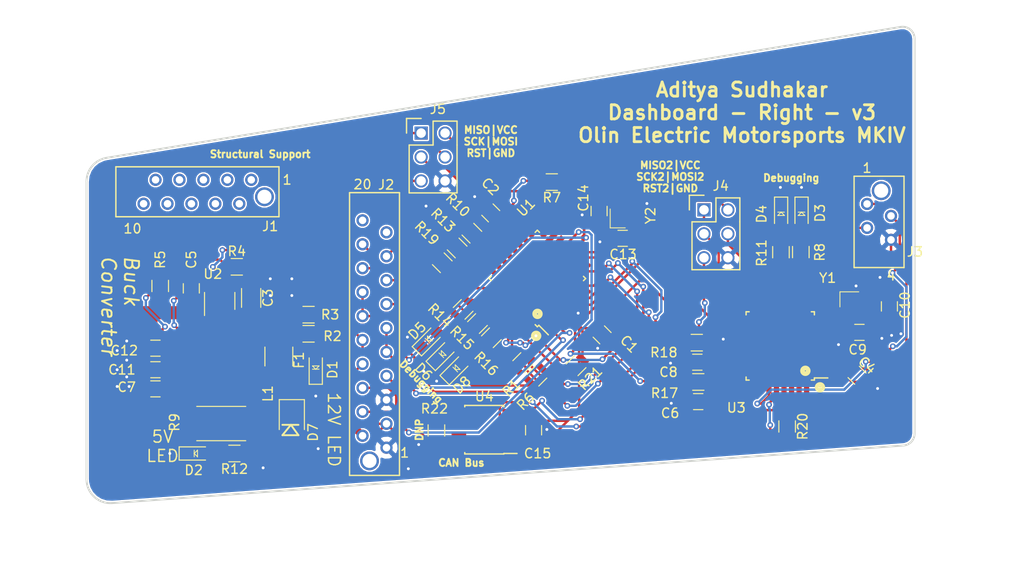
<source format=kicad_pcb>
(kicad_pcb (version 20171130) (host pcbnew 5.0.1-33cea8e~68~ubuntu18.04.1)
  (layers (0 F.Cu signal) (31 B.Cu signal) (34 B.Paste user) (35 F.Paste user) (36 B.SilkS user hide) (37 F.SilkS user) (38 B.Mask user) (39 F.Mask user hide) (44 Edge.Cuts user))
  (net 0 "")
  (net 1 GND)
  (net 2 VCC)
  (net 3 "Net-(D2-Pad2)")
  (net 4 /MISO)
  (net 5 /RXCAN)
  (net 6 /SCK)
  (net 7 /12V_Fused)
  (net 8 "Net-(C5-Pad1)")
  (net 9 "Net-(C5-Pad2)")
  (net 10 "Net-(C11-Pad1)")
  (net 11 "Net-(D1-Pad2)")
  (net 12 +12V)
  (net 13 "Net-(R3-Pad2)")
  (net 14 "Net-(R4-Pad1)")
  (net 15 "Net-(C2-Pad1)")
  (net 16 "Net-(C6-Pad1)")
  (net 17 "Net-(C8-Pad1)")
  (net 18 /XTAL1)
  (net 19 /XTAL2)
  (net 20 "Net-(C13-Pad1)")
  (net 21 "Net-(C14-Pad1)")
  (net 22 "Net-(D3-Pad2)")
  (net 23 "Net-(D4-Pad2)")
  (net 24 "Net-(D5-Pad2)")
  (net 25 "Net-(D6-Pad2)")
  (net 26 "Net-(D8-Pad2)")
  (net 27 "Net-(J1-Pad5)")
  (net 28 "Net-(J1-Pad3)")
  (net 29 "Net-(J1-Pad1)")
  (net 30 "Net-(J1-Pad7)")
  (net 31 "Net-(J1-Pad2)")
  (net 32 "Net-(J1-Pad4)")
  (net 33 "Net-(J1-Pad6)")
  (net 34 "Net-(J1-Pad8)")
  (net 35 "Net-(J1-Pad9)")
  (net 36 "Net-(J1-Pad10)")
  (net 37 /CANL)
  (net 38 /STR_POT_SENSE)
  (net 39 /CANH)
  (net 40 /MOSI)
  (net 41 /RESET)
  (net 42 /RJLED1)
  (net 43 /RJLED2)
  (net 44 /LED_START)
  (net 45 /LED_BMS)
  (net 46 /LED_IMD)
  (net 47 /START_BTN)
  (net 48 "Net-(J2-Pad19)")
  (net 49 "Net-(J2-Pad20)")
  (net 50 /SCL)
  (net 51 /SDA)
  (net 52 /MISO_2)
  (net 53 /SCK_2)
  (net 54 /MOSI_2)
  (net 55 /RESET_2)
  (net 56 "Net-(R1-Pad2)")
  (net 57 "Net-(R6-Pad2)")
  (net 58 "Net-(R8-Pad2)")
  (net 59 "Net-(R10-Pad2)")
  (net 60 "Net-(R11-Pad2)")
  (net 61 "Net-(R13-Pad2)")
  (net 62 "Net-(R14-Pad1)")
  (net 63 "Net-(R15-Pad1)")
  (net 64 "Net-(R16-Pad1)")
  (net 65 /PWM_1)
  (net 66 /PWM_0)
  (net 67 "Net-(R19-Pad1)")
  (net 68 /TXCAN)
  (net 69 "Net-(U1-Pad14)")
  (net 70 "Net-(U1-Pad15)")
  (net 71 "Net-(U1-Pad16)")
  (net 72 "Net-(U1-Pad17)")
  (net 73 "Net-(U1-Pad18)")
  (net 74 "Net-(U1-Pad20)")
  (net 75 "Net-(U1-Pad21)")
  (net 76 "Net-(U1-Pad29)")
  (net 77 "Net-(U1-Pad32)")
  (net 78 "Net-(U3-Pad32)")
  (net 79 "Net-(U3-Pad31)")
  (net 80 "Net-(U3-Pad30)")
  (net 81 "Net-(U3-Pad26)")
  (net 82 "Net-(U3-Pad25)")
  (net 83 "Net-(U3-Pad22)")
  (net 84 "Net-(U3-Pad20)")
  (net 85 "Net-(U3-Pad19)")
  (net 86 "Net-(U3-Pad14)")
  (net 87 "Net-(U3-Pad11)")
  (net 88 "Net-(U3-Pad10)")
  (net 89 "Net-(U3-Pad9)")
  (net 90 "Net-(U3-Pad2)")
  (net 91 "Net-(U3-Pad1)")
  (net 92 "Net-(U4-Pad5)")
  (module footprints:SOIC-8_3.9x4.9mm_Pitch1.27mm_OEM (layer F.Cu) (at 70.462589 66.308857 180)
    (fp_text reference U4 (at 0.000449 3.517517) (layer F.SilkS))
    (fp_text value CAN_Transceiver hide)
    (pad 8 smd rect (at 2.7 -1.905 180) (size 1.55 0.6) (layers F.Cu F.Paste F.Mask) (net 1 GND))
    (pad 7 smd rect (at 2.7 -0.635 180) (size 1.55 0.6) (layers F.Cu F.Paste F.Mask) (net 39 /CANH))
    (pad 6 smd rect (at 2.7 0.635 180) (size 1.55 0.6) (layers F.Cu F.Paste F.Mask) (net 37 /CANL))
    (pad 5 smd rect (at 2.7 1.905 180) (size 1.55 0.6) (layers F.Cu F.Paste F.Mask) (net 92 "Net-(U4-Pad5)"))
    (pad 4 smd rect (at -2.7 1.905 180) (size 1.55 0.6) (layers F.Cu F.Paste F.Mask) (net 5 /RXCAN))
    (pad 3 smd rect (at -2.7 0.635 180) (size 1.55 0.6) (layers F.Cu F.Paste F.Mask) (net 2 VCC))
    (pad 2 smd rect (at -2.7 -0.635 180) (size 1.55 0.6) (layers F.Cu F.Paste F.Mask) (net 1 GND))
    (pad 1 smd rect (at -2.7 -1.905 180) (size 1.55 0.6) (layers F.Cu F.Paste F.Mask) (net 68 /TXCAN))
  )
  (module footprints:C_0805_OEM (layer F.Cu) (at 39.364746 51.306714 270)
    (fp_text reference C5 (at -3.048 0 270) (layer F.SilkS))
    (fp_text value C_0.1uF hide)
    (pad 1 smd rect (at -1 0 270) (size 1 1.25) (layers F.Cu F.Paste F.Mask) (net 8 "Net-(C5-Pad1)"))
    (pad 2 smd rect (at 1 0 270) (size 1 1.25) (layers F.Cu F.Paste F.Mask) (net 9 "Net-(C5-Pad2)"))
  )
  (module footprints:C_0805_OEM (layer F.Cu) (at 35.554745 59.942713 180)
    (fp_text reference C11 (at 3.556 0 180) (layer F.SilkS))
    (fp_text value C_1uF hide)
    (pad 1 smd rect (at -1 0 180) (size 1 1.25) (layers F.Cu F.Paste F.Mask) (net 10 "Net-(C11-Pad1)"))
    (pad 2 smd rect (at 1 0 180) (size 1 1.25) (layers F.Cu F.Paste F.Mask) (net 1 GND))
  )
  (module footprints:C_0805_OEM (layer F.Cu) (at 35.554745 57.656713 180)
    (fp_text reference C12 (at 3.302 -0.254 180) (layer F.SilkS))
    (fp_text value C_47uF hide)
    (pad 1 smd rect (at -1 0 180) (size 1 1.25) (layers F.Cu F.Paste F.Mask) (net 10 "Net-(C11-Pad1)"))
    (pad 2 smd rect (at 1 0 180) (size 1 1.25) (layers F.Cu F.Paste F.Mask) (net 1 GND))
  )
  (module footprints:LED_0805_OEM (layer F.Cu) (at 39.872745 68.832713)
    (fp_text reference D2 (at -0.254 1.778 -180) (layer F.SilkS))
    (fp_text value LED_0805 hide)
    (pad 2 smd rect (at 1.1 0 180) (size 1.2 1.2) (layers F.Cu F.Paste F.Mask) (net 3 "Net-(D2-Pad2)"))
    (pad 1 smd rect (at -1.1 0 180) (size 1.2 1.2) (layers F.Cu F.Paste F.Mask) (net 1 GND))
  )
  (module footprints:Fuse_1210 (layer F.Cu) (at 48.655244 58.540213 90)
    (fp_text reference F1 (at -0.3865 2.1395 -90) (layer F.SilkS))
    (fp_text value 500mA hide)
    (pad 1 smd rect (at -1.45 0 90) (size 0.9 2.5) (layers F.Cu F.Paste F.Mask) (net 12 +12V))
    (pad 2 smd rect (at 1.45 0 90) (size 0.9 2.5) (layers F.Cu F.Paste F.Mask) (net 7 /12V_Fused))
  )
  (module footprints:4.7uH_Inductor_OEM (layer F.Cu) (at 42.349245 59.244213 270)
    (fp_text reference L1 (at 3.2385 -5.1435 270) (layer F.SilkS))
    (fp_text value L_4.7uH hide)
    (pad 1 smd rect (at -2.35 0 270) (size 3.3 8.2) (layers F.Cu F.Paste F.Mask) (net 9 "Net-(C5-Pad2)"))
    (pad 2 smd rect (at 2.35 0 270) (size 3.3 8.2) (layers F.Cu F.Paste F.Mask) (net 10 "Net-(C11-Pad1)"))
  )
  (module footprints:R_0805_OEM (layer F.Cu) (at 51.810744 56.132715)
    (fp_text reference R2 (at 2.54 0.254) (layer F.SilkS))
    (fp_text value R_1k hide)
    (pad 1 smd rect (at -0.95 0) (size 0.7 1.3) (layers F.Cu F.Paste F.Mask) (net 7 /12V_Fused))
    (pad 2 smd rect (at 0.95 0) (size 0.7 1.3) (layers F.Cu F.Paste F.Mask) (net 11 "Net-(D1-Pad2)"))
  )
  (module footprints:R_0805_OEM (layer F.Cu) (at 51.810744 54.100713)
    (fp_text reference R3 (at 2.286 0 -180) (layer F.SilkS))
    (fp_text value R_10k hide)
    (pad 1 smd rect (at -0.95 0) (size 0.7 1.3) (layers F.Cu F.Paste F.Mask) (net 7 /12V_Fused))
    (pad 2 smd rect (at 0.95 0) (size 0.7 1.3) (layers F.Cu F.Paste F.Mask) (net 13 "Net-(R3-Pad2)"))
  )
  (module footprints:R_0805_OEM (layer F.Cu) (at 43.936744 68.832714 180)
    (fp_text reference R12 (at 0 -1.65 180) (layer F.SilkS))
    (fp_text value R_200 hide)
    (pad 1 smd rect (at -0.95 0 180) (size 0.7 1.3) (layers F.Cu F.Paste F.Mask) (net 2 VCC))
    (pad 2 smd rect (at 0.95 0 180) (size 0.7 1.3) (layers F.Cu F.Paste F.Mask) (net 3 "Net-(D2-Pad2)"))
  )
  (module footprints:SOT-23-6_OEM (layer F.Cu) (at 42.374644 52.640213 90)
    (fp_text reference U2 (at 2.8575 -0.7239 -180) (layer F.SilkS))
    (fp_text value TPS561201 hide)
    (pad 1 smd rect (at -1.1 -0.95 90) (size 1.06 0.65) (layers F.Cu F.Paste F.Mask) (net 1 GND))
    (pad 2 smd rect (at -1.1 0 90) (size 1.06 0.65) (layers F.Cu F.Paste F.Mask) (net 9 "Net-(C5-Pad2)"))
    (pad 3 smd rect (at -1.1 0.95 90) (size 1.06 0.65) (layers F.Cu F.Paste F.Mask) (net 7 /12V_Fused))
    (pad 4 smd rect (at 1.1 0.95 90) (size 1.06 0.65) (layers F.Cu F.Paste F.Mask) (net 14 "Net-(R4-Pad1)"))
    (pad 6 smd rect (at 1.1 -0.95 90) (size 1.06 0.65) (layers F.Cu F.Paste F.Mask) (net 8 "Net-(C5-Pad1)"))
    (pad 5 smd rect (at 1.1 0 90) (size 1.06 0.65) (layers F.Cu F.Paste F.Mask) (net 13 "Net-(R3-Pad2)"))
  )
  (module footprints:C_1206_OEM (layer F.Cu) (at 45.714744 52.322713 90)
    (fp_text reference C3 (at 0 1.778 90) (layer F.SilkS))
    (fp_text value C_22uF hide)
    (pad 1 smd rect (at -1.5 0 90) (size 1 1.6) (layers F.Cu F.Paste F.Mask) (net 7 /12V_Fused))
    (pad 2 smd rect (at 1.5 0 90) (size 1 1.6) (layers F.Cu F.Paste F.Mask) (net 1 GND))
  )
  (module footprints:C_0805_OEM (layer F.Cu) (at 35.554745 61.974713 180)
    (fp_text reference C7 (at 3.052 0.183 180) (layer F.SilkS))
    (fp_text value C_0.1uF hide)
    (pad 1 smd rect (at -1 0 180) (size 1 1.25) (layers F.Cu F.Paste F.Mask) (net 10 "Net-(C11-Pad1)"))
    (pad 2 smd rect (at 1 0 180) (size 1 1.25) (layers F.Cu F.Paste F.Mask) (net 1 GND))
  )
  (module footprints:LED_0805_OEM (layer F.Cu) (at 52.572744 59.688713 90)
    (fp_text reference D1 (at -0.254 1.778 90) (layer F.SilkS))
    (fp_text value LED_0805 hide)
    (pad 2 smd rect (at 1.1 0 270) (size 1.2 1.2) (layers F.Cu F.Paste F.Mask) (net 11 "Net-(D1-Pad2)"))
    (pad 1 smd rect (at -1.1 0 270) (size 1.2 1.2) (layers F.Cu F.Paste F.Mask) (net 1 GND))
  )
  (module footprints:DO-214AA (layer F.Cu) (at 50.032744 66.292714 270)
    (fp_text reference D7 (at 0.3 -2.25 270) (layer F.SilkS))
    (fp_text value D_Zener_18V hide)
    (pad 2 smd rect (at 2.032 0 90) (size 1.778 2.159) (layers F.Cu F.Paste F.Mask) (net 1 GND))
    (pad 1 smd rect (at -2.032 0 90) (size 1.778 2.159) (layers F.Cu F.Paste F.Mask) (net 12 +12V))
  )
  (module footprints:R_2512_OEM (layer F.Cu) (at 42.539744 65.657713 180)
    (fp_text reference R9 (at 4.953 0.127 270) (layer F.SilkS))
    (fp_text value R_0_Jumper hide)
    (pad 1 smd rect (at -3.1 0 180) (size 1 3.2) (layers F.Cu F.Paste F.Mask) (net 2 VCC))
    (pad 2 smd rect (at 3.1 0 180) (size 1 3.2) (layers F.Cu F.Paste F.Mask) (net 10 "Net-(C11-Pad1)"))
  )
  (module footprints:R_0805_OEM (layer F.Cu) (at 44.190744 49.020713)
    (fp_text reference R4 (at 0 -1.65) (layer F.SilkS))
    (fp_text value R_10k hide)
    (pad 1 smd rect (at -0.95 0) (size 0.7 1.3) (layers F.Cu F.Paste F.Mask) (net 14 "Net-(R4-Pad1)"))
    (pad 2 smd rect (at 0.95 0) (size 0.7 1.3) (layers F.Cu F.Paste F.Mask) (net 1 GND))
  )
  (module footprints:R_0805_OEM (layer F.Cu) (at 36.062744 51.052713 270)
    (fp_text reference R5 (at -2.794 0 270) (layer F.SilkS))
    (fp_text value R_51.1k hide)
    (pad 1 smd rect (at -0.95 0 270) (size 0.7 1.3) (layers F.Cu F.Paste F.Mask) (net 14 "Net-(R4-Pad1)"))
    (pad 2 smd rect (at 0.95 0 270) (size 0.7 1.3) (layers F.Cu F.Paste F.Mask) (net 10 "Net-(C11-Pad1)"))
  )
  (module footprints:C_0805_OEM (layer F.Cu) (at 82.96656 56.24322 315)
    (fp_text reference C1 (at 2.704853 -1.339854 315) (layer F.SilkS))
    (fp_text value C_0.1uF hide)
    (pad 2 smd rect (at 1 0 315) (size 1 1.25) (layers F.Cu F.Paste F.Mask) (net 1 GND))
    (pad 1 smd rect (at -1 0 315) (size 1 1.25) (layers F.Cu F.Paste F.Mask) (net 2 VCC))
  )
  (module footprints:C_0805_OEM (layer F.Cu) (at 71.1454 43.29938 135)
    (fp_text reference C2 (at 2.016966 1.948716 135) (layer F.SilkS))
    (fp_text value C_100pF hide)
    (pad 1 smd rect (at -1 0 135) (size 1 1.25) (layers F.Cu F.Paste F.Mask) (net 15 "Net-(C2-Pad1)"))
    (pad 2 smd rect (at 1 0 135) (size 1 1.25) (layers F.Cu F.Paste F.Mask) (net 1 GND))
  )
  (module footprints:C_0805_OEM (layer F.Cu) (at 110.022644 60.531598 315)
    (fp_text reference C4 (at 0 -1.5 315) (layer F.SilkS))
    (fp_text value C_0.1uF hide)
    (pad 2 smd rect (at 1 0 315) (size 1 1.25) (layers F.Cu F.Paste F.Mask) (net 1 GND))
    (pad 1 smd rect (at -1 0 315) (size 1 1.25) (layers F.Cu F.Paste F.Mask) (net 2 VCC))
  )
  (module footprints:C_0805_OEM (layer F.Cu) (at 93.16437 63.329308 180)
    (fp_text reference C6 (at 2.981445 -1.221315 180) (layer F.SilkS))
    (fp_text value C_0.1uF hide)
    (pad 1 smd rect (at -1 0 180) (size 1 1.25) (layers F.Cu F.Paste F.Mask) (net 16 "Net-(C6-Pad1)"))
    (pad 2 smd rect (at 1 0 180) (size 1 1.25) (layers F.Cu F.Paste F.Mask) (net 1 GND))
  )
  (module footprints:C_0805_OEM (layer F.Cu) (at 93.072576 59.14568 180)
    (fp_text reference C8 (at 3.062072 -1.058499 180) (layer F.SilkS))
    (fp_text value C_0.1uF hide)
    (pad 2 smd rect (at 1 0 180) (size 1 1.25) (layers F.Cu F.Paste F.Mask) (net 1 GND))
    (pad 1 smd rect (at -1 0 180) (size 1 1.25) (layers F.Cu F.Paste F.Mask) (net 17 "Net-(C8-Pad1)"))
  )
  (module footprints:C_0805_OEM (layer F.Cu) (at 110.276349 55.979205)
    (fp_text reference C9 (at -0.190209 1.836275) (layer F.SilkS))
    (fp_text value C_30pF hide)
    (pad 2 smd rect (at 1 0) (size 1 1.25) (layers F.Cu F.Paste F.Mask) (net 1 GND))
    (pad 1 smd rect (at -1 0) (size 1 1.25) (layers F.Cu F.Paste F.Mask) (net 18 /XTAL1))
  )
  (module footprints:C_0805_OEM (layer F.Cu) (at 113.45897 53.220765 270)
    (fp_text reference C10 (at -0.129415 -1.653216 270) (layer F.SilkS))
    (fp_text value C_30pF hide)
    (pad 1 smd rect (at -1 0 270) (size 1 1.25) (layers F.Cu F.Paste F.Mask) (net 19 /XTAL2))
    (pad 2 smd rect (at 1 0 270) (size 1 1.25) (layers F.Cu F.Paste F.Mask) (net 1 GND))
  )
  (module footprints:C_0805_OEM (layer F.Cu) (at 85.146465 45.99581 180)
    (fp_text reference C13 (at -0.039513 -1.706249 180) (layer F.SilkS))
    (fp_text value C_30pF hide)
    (pad 1 smd rect (at -1 0 180) (size 1 1.25) (layers F.Cu F.Paste F.Mask) (net 20 "Net-(C13-Pad1)"))
    (pad 2 smd rect (at 1 0 180) (size 1 1.25) (layers F.Cu F.Paste F.Mask) (net 1 GND))
  )
  (module footprints:C_0805_OEM (layer F.Cu) (at 82.644566 43.098779 270)
    (fp_text reference C14 (at -1.376739 1.661746 270) (layer F.SilkS))
    (fp_text value C_30pF hide)
    (pad 2 smd rect (at 1 0 270) (size 1 1.25) (layers F.Cu F.Paste F.Mask) (net 1 GND))
    (pad 1 smd rect (at -1 0 270) (size 1 1.25) (layers F.Cu F.Paste F.Mask) (net 21 "Net-(C14-Pad1)"))
  )
  (module footprints:C_0805_OEM (layer F.Cu) (at 75.69019 66.364326 270)
    (fp_text reference C15 (at 2.472214 -0.43107) (layer F.SilkS))
    (fp_text value C_0.1uF hide)
    (pad 2 smd rect (at 1 0 270) (size 1 1.25) (layers F.Cu F.Paste F.Mask) (net 1 GND))
    (pad 1 smd rect (at -1 0 270) (size 1 1.25) (layers F.Cu F.Paste F.Mask) (net 2 VCC))
  )
  (module formula:LED_0805_OEM (layer F.Cu) (at 104.132855 43.42008 270)
    (fp_text reference D3 (at -0.104171 -1.96488 270) (layer F.SilkS))
    (fp_text value LED hide)
    (pad 1 smd rect (at -1.099999 0 90) (size 1.2 1.2) (layers F.Cu F.Paste F.Mask) (net 1 GND))
    (pad 2 smd rect (at 1.099999 0 90) (size 1.2 1.2) (layers F.Cu F.Paste F.Mask) (net 22 "Net-(D3-Pad2)"))
  )
  (module formula:LED_0805_OEM (layer F.Cu) (at 101.963224 43.42008 270)
    (fp_text reference D4 (at -0.001796 2.067255 270) (layer F.SilkS))
    (fp_text value LED hide)
    (pad 2 smd rect (at 1.099999 0 90) (size 1.2 1.2) (layers F.Cu F.Paste F.Mask) (net 23 "Net-(D4-Pad2)"))
    (pad 1 smd rect (at -1.099999 0 90) (size 1.2 1.2) (layers F.Cu F.Paste F.Mask) (net 1 GND))
  )
  (module formula:LED_0805_OEM (layer F.Cu) (at 64.574409 56.715047 45)
    (fp_text reference D5 (at -0.235708 -1.502854 45) (layer F.SilkS))
    (fp_text value LED hide)
    (pad 2 smd rect (at 1.099999 0 225) (size 1.2 1.2) (layers F.Cu F.Paste F.Mask) (net 24 "Net-(D5-Pad2)"))
    (pad 1 smd rect (at -1.099999 0 225) (size 1.2 1.2) (layers F.Cu F.Paste F.Mask) (net 1 GND))
  )
  (module formula:LED_0805_OEM (layer F.Cu) (at 66.042527 58.274607 45)
    (fp_text reference D6 (at -2.764547 -0.094748 135) (layer F.SilkS))
    (fp_text value LED hide)
    (pad 1 smd rect (at -1.099999 0 225) (size 1.2 1.2) (layers F.Cu F.Paste F.Mask) (net 1 GND))
    (pad 2 smd rect (at 1.099999 0 225) (size 1.2 1.2) (layers F.Cu F.Paste F.Mask) (net 25 "Net-(D6-Pad2)"))
  )
  (module formula:LED_0805_OEM (layer F.Cu) (at 67.52081 59.778287 45)
    (fp_text reference D8 (at -0.855347 1.67436 45) (layer F.SilkS))
    (fp_text value LED hide)
    (pad 2 smd rect (at 1.099999 0 225) (size 1.2 1.2) (layers F.Cu F.Paste F.Mask) (net 26 "Net-(D8-Pad2)"))
    (pad 1 smd rect (at -1.099999 0 225) (size 1.2 1.2) (layers F.Cu F.Paste F.Mask) (net 1 GND))
  )
  (module footprints:micromatch_female_vert_10 (layer F.Cu) (at 40.64762 39.78656 270)
    (fp_text reference J1 (at 4.93776 -7.08914) (layer F.SilkS))
    (fp_text value MM_F_VT_10 hide)
    (fp_text user 10 (at 5.18668 7.52348) (layer F.SilkS))
    (fp_text user 1 (at 0 -8.89) (layer F.SilkS))
    (pad 5 thru_hole circle (at 0 0 270) (size 1.3 1.3) (drill 0.8) (layers *.Cu *.Mask) (net 27 "Net-(J1-Pad5)"))
    (pad 3 thru_hole circle (at 0 -2.54 270) (size 1.3 1.3) (drill 0.8) (layers *.Cu *.Mask) (net 28 "Net-(J1-Pad3)"))
    (pad 1 thru_hole circle (at 0 -5.08 270) (size 1.3 1.3) (drill 0.8) (layers *.Cu *.Mask) (net 29 "Net-(J1-Pad1)"))
    (pad 7 thru_hole circle (at 0 2.54 270) (size 1.3 1.3) (drill 0.8) (layers *.Cu *.Mask) (net 30 "Net-(J1-Pad7)"))
    (pad 2 thru_hole circle (at 2.54 -3.81 270) (size 1.3 1.3) (drill 0.8) (layers *.Cu *.Mask) (net 31 "Net-(J1-Pad2)"))
    (pad 4 thru_hole circle (at 2.54 -1.27 270) (size 1.3 1.3) (drill 0.8) (layers *.Cu *.Mask) (net 32 "Net-(J1-Pad4)"))
    (pad 6 thru_hole circle (at 2.54 1.27 270) (size 1.3 1.3) (drill 0.8) (layers *.Cu *.Mask) (net 33 "Net-(J1-Pad6)"))
    (pad 8 thru_hole circle (at 2.54 3.81 270) (size 1.3 1.3) (drill 0.8) (layers *.Cu *.Mask) (net 34 "Net-(J1-Pad8)"))
    (pad 9 thru_hole circle (at 0 5.08 270) (size 1.3 1.3) (drill 0.8) (layers *.Cu *.Mask) (net 35 "Net-(J1-Pad9)"))
    (pad 10 thru_hole circle (at 2.54 6.35 270) (size 1.3 1.3) (drill 0.8) (layers *.Cu *.Mask) (net 36 "Net-(J1-Pad10)"))
    (pad 11 thru_hole circle (at 1.8 -6.48 270) (size 2 2) (drill 1.5) (layers *.Cu *.Mask))
  )
  (module footprints:micromatch_female_vert_20 (layer F.Cu) (at 60.07862 63.13932 180)
    (fp_text reference J2 (at 0.0381 22.82444 180) (layer F.SilkS))
    (fp_text value MM_F_VT_20 hide)
    (fp_text user 20 (at 2.54 22.86 180) (layer F.SilkS))
    (fp_text user 1 (at -1.92786 -5.61848 180) (layer F.SilkS))
    (pad 5 thru_hole circle (at 0 0 180) (size 1.3 1.3) (drill 0.8) (layers *.Cu *.Mask) (net 1 GND))
    (pad 3 thru_hole circle (at 0 -2.54 180) (size 1.3 1.3) (drill 0.8) (layers *.Cu *.Mask) (net 2 VCC))
    (pad 1 thru_hole circle (at 0 -5.08 180) (size 1.3 1.3) (drill 0.8) (layers *.Cu *.Mask) (net 1 GND))
    (pad 7 thru_hole circle (at 0 2.54 180) (size 1.3 1.3) (drill 0.8) (layers *.Cu *.Mask) (net 37 /CANL))
    (pad 2 thru_hole circle (at 2.54 -3.81 180) (size 1.3 1.3) (drill 0.8) (layers *.Cu *.Mask) (net 12 +12V))
    (pad 4 thru_hole circle (at 2.54 -1.27 180) (size 1.3 1.3) (drill 0.8) (layers *.Cu *.Mask) (net 38 /STR_POT_SENSE))
    (pad 6 thru_hole circle (at 2.54 1.27 180) (size 1.3 1.3) (drill 0.8) (layers *.Cu *.Mask) (net 39 /CANH))
    (pad 8 thru_hole circle (at 2.54 3.81 180) (size 1.3 1.3) (drill 0.8) (layers *.Cu *.Mask) (net 2 VCC))
    (pad 9 thru_hole circle (at 0 5.08 180) (size 1.3 1.3) (drill 0.8) (layers *.Cu *.Mask) (net 40 /MOSI))
    (pad 10 thru_hole circle (at 2.54 6.35 180) (size 1.3 1.3) (drill 0.8) (layers *.Cu *.Mask) (net 4 /MISO))
    (pad 11 thru_hole circle (at 0 7.62 180) (size 1.3 1.3) (drill 0.8) (layers *.Cu *.Mask) (net 6 /SCK))
    (pad 12 thru_hole circle (at 2.54 8.89 180) (size 1.3 1.3) (drill 0.8) (layers *.Cu *.Mask) (net 41 /RESET))
    (pad 13 thru_hole circle (at 0 10.16 180) (size 1.3 1.3) (drill 0.8) (layers *.Cu *.Mask) (net 42 /RJLED1))
    (pad 14 thru_hole circle (at 2.54 11.43 180) (size 1.3 1.3) (drill 0.8) (layers *.Cu *.Mask) (net 43 /RJLED2))
    (pad 15 thru_hole circle (at 0 12.7 180) (size 1.3 1.3) (drill 0.8) (layers *.Cu *.Mask) (net 44 /LED_START))
    (pad 16 thru_hole circle (at 2.54 13.97 180) (size 1.3 1.3) (drill 0.8) (layers *.Cu *.Mask) (net 45 /LED_BMS))
    (pad 17 thru_hole circle (at 0 15.24 180) (size 1.3 1.3) (drill 0.8) (layers *.Cu *.Mask) (net 46 /LED_IMD))
    (pad 18 thru_hole circle (at 2.54 16.51 180) (size 1.3 1.3) (drill 0.8) (layers *.Cu *.Mask) (net 47 /START_BTN))
    (pad 19 thru_hole circle (at 0 17.78 180) (size 1.3 1.3) (drill 0.8) (layers *.Cu *.Mask) (net 48 "Net-(J2-Pad19)"))
    (pad 20 thru_hole circle (at 2.54 19.05 180) (size 1.3 1.3) (drill 0.8) (layers *.Cu *.Mask) (net 49 "Net-(J2-Pad20)"))
    (pad 21 thru_hole circle (at 1.8 -6.48 180) (size 2 2) (drill 1.5) (layers *.Cu *.Mask))
  )
  (module footprints:micromatch_female_vert_4 (layer F.Cu) (at 111.08944 47.42688)
    (fp_text reference J3 (at 5.08 0) (layer F.SilkS))
    (fp_text value MM_F_VT_04 hide)
    (fp_text user 4 (at 2.54 2.54) (layer F.SilkS))
    (fp_text user 1 (at 0 -8.89) (layer F.SilkS))
    (pad 3 thru_hole circle (at 0 -2.54) (size 1.3 1.3) (drill 0.8) (layers *.Cu *.Mask) (net 2 VCC))
    (pad 1 thru_hole circle (at 0 -5.08) (size 1.3 1.3) (drill 0.8) (layers *.Cu *.Mask) (net 50 /SCL))
    (pad 2 thru_hole circle (at 2.54 -3.81) (size 1.3 1.3) (drill 0.8) (layers *.Cu *.Mask) (net 51 /SDA))
    (pad 4 thru_hole circle (at 2.54 -1.27) (size 1.3 1.3) (drill 0.8) (layers *.Cu *.Mask) (net 1 GND))
    (pad 5 thru_hole circle (at 1.5 -6.48) (size 2 2) (drill 1.5) (layers *.Cu *.Mask))
  )
  (module footprints:Pin_Header_Straight_2x03 (layer F.Cu) (at 93.7768 42.9768)
    (fp_text reference J4 (at 1.778 -2.54) (layer F.SilkS))
    (fp_text value CONN_02X03 hide)
    (pad 1 thru_hole rect (at 0 0) (size 1.4 1.4) (drill 1.016) (layers *.Cu *.Mask) (net 52 /MISO_2))
    (pad 2 thru_hole circle (at 2.54 0) (size 1.4 1.4) (drill 1.016) (layers *.Cu *.Mask) (net 2 VCC))
    (pad 3 thru_hole circle (at 0 2.54) (size 1.4 1.4) (drill 1.016) (layers *.Cu *.Mask) (net 53 /SCK_2))
    (pad 4 thru_hole circle (at 2.54 2.54) (size 1.4 1.4) (drill 1.016) (layers *.Cu *.Mask) (net 54 /MOSI_2))
    (pad 5 thru_hole circle (at 0 5.08) (size 1.4 1.4) (drill 1.016) (layers *.Cu *.Mask) (net 55 /RESET_2))
    (pad 6 thru_hole circle (at 2.54 5.08) (size 1.4 1.4) (drill 1.016) (layers *.Cu *.Mask) (net 1 GND))
  )
  (module footprints:Pin_Header_Straight_2x03 (layer F.Cu) (at 63.75654 34.82594)
    (fp_text reference J5 (at 1.778 -2.54) (layer F.SilkS))
    (fp_text value CONN_02X03 hide)
    (pad 6 thru_hole circle (at 2.54 5.08) (size 1.4 1.4) (drill 1.016) (layers *.Cu *.Mask) (net 1 GND))
    (pad 5 thru_hole circle (at 0 5.08) (size 1.4 1.4) (drill 1.016) (layers *.Cu *.Mask) (net 41 /RESET))
    (pad 4 thru_hole circle (at 2.54 2.54) (size 1.4 1.4) (drill 1.016) (layers *.Cu *.Mask) (net 40 /MOSI))
    (pad 3 thru_hole circle (at 0 2.54) (size 1.4 1.4) (drill 1.016) (layers *.Cu *.Mask) (net 6 /SCK))
    (pad 2 thru_hole circle (at 2.54 0) (size 1.4 1.4) (drill 1.016) (layers *.Cu *.Mask) (net 2 VCC))
    (pad 1 thru_hole rect (at 0 0) (size 1.4 1.4) (drill 1.016) (layers *.Cu *.Mask) (net 4 /MISO))
  )
  (module footprints:R_0805_OEM (layer F.Cu) (at 74.535993 59.182585 45)
    (fp_text reference R1 (at -2.762327 1.045302 45) (layer F.SilkS))
    (fp_text value R_200 hide)
    (pad 2 smd rect (at 0.949999 0 45) (size 0.7 1.3) (layers F.Cu F.Paste F.Mask) (net 56 "Net-(R1-Pad2)"))
    (pad 1 smd rect (at -0.949999 0 45) (size 0.7 1.3) (layers F.Cu F.Paste F.Mask) (net 42 /RJLED1))
  )
  (module footprints:R_0805_OEM (layer F.Cu) (at 76.044753 60.630385 45)
    (fp_text reference R6 (at -2.726406 1.052486 45) (layer F.SilkS))
    (fp_text value R_200 hide)
    (pad 1 smd rect (at -0.949999 0 45) (size 0.7 1.3) (layers F.Cu F.Paste F.Mask) (net 43 /RJLED2))
    (pad 2 smd rect (at 0.949999 0 45) (size 0.7 1.3) (layers F.Cu F.Paste F.Mask) (net 57 "Net-(R6-Pad2)"))
  )
  (module footprints:R_0805_OEM (layer F.Cu) (at 77.62494 40.02786 180)
    (fp_text reference R7 (at 0 -1.65 180) (layer F.SilkS))
    (fp_text value R_100 hide)
    (pad 2 smd rect (at 0.95 0 180) (size 0.7 1.3) (layers F.Cu F.Paste F.Mask) (net 15 "Net-(C2-Pad1)"))
    (pad 1 smd rect (at -0.95 0 180) (size 0.7 1.3) (layers F.Cu F.Paste F.Mask) (net 2 VCC))
  )
  (module footprints:R_0805_OEM (layer F.Cu) (at 104.055625 47.455807 270)
    (fp_text reference R8 (at 0.019757 -2.016966 270) (layer F.SilkS))
    (fp_text value R_200 hide)
    (pad 2 smd rect (at 0.949999 0 270) (size 0.7 1.3) (layers F.Cu F.Paste F.Mask) (net 58 "Net-(R8-Pad2)"))
    (pad 1 smd rect (at -0.949999 0 270) (size 0.7 1.3) (layers F.Cu F.Paste F.Mask) (net 22 "Net-(D3-Pad2)"))
  )
  (module footprints:R_0805_OEM (layer F.Cu) (at 69.14388 45.4533 315)
    (fp_text reference R10 (at -3.175419 -1.063262 315) (layer F.SilkS))
    (fp_text value R_200 hide)
    (pad 1 smd rect (at -0.949999 0 315) (size 0.7 1.3) (layers F.Cu F.Paste F.Mask) (net 46 /LED_IMD))
    (pad 2 smd rect (at 0.949999 0 315) (size 0.7 1.3) (layers F.Cu F.Paste F.Mask) (net 59 "Net-(R10-Pad2)"))
  )
  (module footprints:R_0805_OEM (layer F.Cu) (at 101.94706 47.466584 270)
    (fp_text reference R11 (at 0.08621 2.05109 270) (layer F.SilkS))
    (fp_text value R_200 hide)
    (pad 1 smd rect (at -0.949999 0 270) (size 0.7 1.3) (layers F.Cu F.Paste F.Mask) (net 23 "Net-(D4-Pad2)"))
    (pad 2 smd rect (at 0.949999 0 270) (size 0.7 1.3) (layers F.Cu F.Paste F.Mask) (net 60 "Net-(R11-Pad2)"))
  )
  (module footprints:R_0805_OEM (layer F.Cu) (at 67.57924 47.02302 315)
    (fp_text reference R13 (at -3.150274 -1.016565 315) (layer F.SilkS))
    (fp_text value R_200 hide)
    (pad 1 smd rect (at -0.949999 0 315) (size 0.7 1.3) (layers F.Cu F.Paste F.Mask) (net 44 /LED_START))
    (pad 2 smd rect (at 0.949999 0 315) (size 0.7 1.3) (layers F.Cu F.Paste F.Mask) (net 61 "Net-(R13-Pad2)"))
  )
  (module footprints:R_0805_OEM (layer F.Cu) (at 68.21423 53.537508 225)
    (fp_text reference R14 (at 2.205977 1.289125 135) (layer F.SilkS))
    (fp_text value R_200 hide)
    (pad 1 smd rect (at -0.949999 0 225) (size 0.7 1.3) (layers F.Cu F.Paste F.Mask) (net 62 "Net-(R14-Pad1)"))
    (pad 2 smd rect (at 0.949999 0 225) (size 0.7 1.3) (layers F.Cu F.Paste F.Mask) (net 24 "Net-(D5-Pad2)"))
  )
  (module footprints:R_0805_OEM (layer F.Cu) (at 69.736904 55.042873 225)
    (fp_text reference R15 (at 2.250545 0.082432 315) (layer F.SilkS))
    (fp_text value R_200 hide)
    (pad 2 smd rect (at 0.949999 0 225) (size 0.7 1.3) (layers F.Cu F.Paste F.Mask) (net 25 "Net-(D6-Pad2)"))
    (pad 1 smd rect (at -0.949999 0 225) (size 0.7 1.3) (layers F.Cu F.Paste F.Mask) (net 63 "Net-(R15-Pad1)"))
  )
  (module footprints:R_0805_OEM (layer F.Cu) (at 71.211429 56.549947 225)
    (fp_text reference R16 (at 2.34068 -1.564802 135) (layer F.SilkS))
    (fp_text value R_200 hide)
    (pad 2 smd rect (at 0.949999 0 225) (size 0.7 1.3) (layers F.Cu F.Paste F.Mask) (net 26 "Net-(D8-Pad2)"))
    (pad 1 smd rect (at -0.949999 0 225) (size 0.7 1.3) (layers F.Cu F.Paste F.Mask) (net 64 "Net-(R16-Pad1)"))
  )
  (module footprints:R_0805_OEM (layer F.Cu) (at 93.175146 61.242297)
    (fp_text reference R17 (at -3.58851 1.188986) (layer F.SilkS))
    (fp_text value R_100K hide)
    (pad 1 smd rect (at -0.949999 0) (size 0.7 1.3) (layers F.Cu F.Paste F.Mask) (net 65 /PWM_1))
    (pad 2 smd rect (at 0.949999 0) (size 0.7 1.3) (layers F.Cu F.Paste F.Mask) (net 16 "Net-(C6-Pad1)"))
  )
  (module footprints:R_0805_OEM (layer F.Cu) (at 93.013502 57.071866)
    (fp_text reference R18 (at -3.49504 1.04648) (layer F.SilkS))
    (fp_text value R_100K hide)
    (pad 2 smd rect (at 0.949999 0) (size 0.7 1.3) (layers F.Cu F.Paste F.Mask) (net 17 "Net-(C8-Pad1)"))
    (pad 1 smd rect (at -0.949999 0) (size 0.7 1.3) (layers F.Cu F.Paste F.Mask) (net 66 /PWM_0))
  )
  (module footprints:R_0805_OEM (layer F.Cu) (at 65.99936 48.59274 135)
    (fp_text reference R19 (at 3.387353 1.052486 135) (layer F.SilkS))
    (fp_text value R_200 hide)
    (pad 1 smd rect (at -0.949999 0 135) (size 0.7 1.3) (layers F.Cu F.Paste F.Mask) (net 67 "Net-(R19-Pad1)"))
    (pad 2 smd rect (at 0.949999 0 135) (size 0.7 1.3) (layers F.Cu F.Paste F.Mask) (net 45 /LED_BMS))
  )
  (module footprints:R_0805_OEM (layer F.Cu) (at 102.604415 65.965911 270)
    (fp_text reference R20 (at 0 -1.65 270) (layer F.SilkS))
    (fp_text value R_10K hide)
    (pad 2 smd rect (at 0.949999 0 270) (size 0.7 1.3) (layers F.Cu F.Paste F.Mask) (net 2 VCC))
    (pad 1 smd rect (at -0.949999 0 270) (size 0.7 1.3) (layers F.Cu F.Paste F.Mask) (net 55 /RESET_2))
  )
  (module footprints:R_0805_OEM (layer F.Cu) (at 80.20812 59.5249 45)
    (fp_text reference R21 (at 0.12192 2.00152 45) (layer F.SilkS))
    (fp_text value R_10k hide)
    (pad 1 smd rect (at -0.949999 0 45) (size 0.7 1.3) (layers F.Cu F.Paste F.Mask) (net 41 /RESET))
    (pad 2 smd rect (at 0.949999 0 45) (size 0.7 1.3) (layers F.Cu F.Paste F.Mask) (net 2 VCC))
  )
  (module footprints:R_0805_OEM (layer F.Cu) (at 65.378403 66.389982 90)
    (fp_text reference R22 (at 2.308322 -0.207083 180) (layer F.SilkS))
    (fp_text value R_120 hide)
    (pad 1 smd rect (at -0.95 0 90) (size 0.7 1.3) (layers F.Cu F.Paste F.Mask) (net 39 /CANH))
    (pad 2 smd rect (at 0.95 0 90) (size 0.7 1.3) (layers F.Cu F.Paste F.Mask) (net 37 /CANL))
  )
  (module footprints:TQFP-32_7x7mm_Pitch0.8mm (layer F.Cu) (at 76.09077 50.260907 135)
    (fp_text reference U1 (at 6.167199 4.475334 225) (layer F.SilkS))
    (fp_text value ATMEGA16M1 hide)
    (pad 1 smd rect (at -4.25 -2.8 135) (size 1.6 0.55) (layers F.Cu F.Paste F.Mask) (net 4 /MISO))
    (pad 2 smd rect (at -4.25 -2 135) (size 1.6 0.55) (layers F.Cu F.Paste F.Mask) (net 40 /MOSI))
    (pad 3 smd rect (at -4.25 -1.2 135) (size 1.6 0.55) (layers F.Cu F.Paste F.Mask) (net 65 /PWM_1))
    (pad 4 smd rect (at -4.25 -0.4 135) (size 1.6 0.55) (layers F.Cu F.Paste F.Mask) (net 2 VCC))
    (pad 5 smd rect (at -4.25 0.4 135) (size 1.6 0.55) (layers F.Cu F.Paste F.Mask) (net 1 GND))
    (pad 6 smd rect (at -4.25 1.2 135) (size 1.6 0.55) (layers F.Cu F.Paste F.Mask) (net 68 /TXCAN))
    (pad 7 smd rect (at -4.25 2 135) (size 1.6 0.55) (layers F.Cu F.Paste F.Mask) (net 5 /RXCAN))
    (pad 8 smd rect (at -4.25 2.8 135) (size 1.6 0.55) (layers F.Cu F.Paste F.Mask) (net 56 "Net-(R1-Pad2)"))
    (pad 9 smd rect (at -2.8 4.25 225) (size 1.6 0.55) (layers F.Cu F.Paste F.Mask) (net 57 "Net-(R6-Pad2)"))
    (pad 10 smd rect (at -2 4.25 225) (size 1.6 0.55) (layers F.Cu F.Paste F.Mask) (net 21 "Net-(C14-Pad1)"))
    (pad 11 smd rect (at -1.2 4.25 225) (size 1.6 0.55) (layers F.Cu F.Paste F.Mask) (net 20 "Net-(C13-Pad1)"))
    (pad 12 smd rect (at -0.4 4.25 225) (size 1.6 0.55) (layers F.Cu F.Paste F.Mask) (net 6 /SCK))
    (pad 13 smd rect (at 0.4 4.25 225) (size 1.6 0.55) (layers F.Cu F.Paste F.Mask) (net 38 /STR_POT_SENSE))
    (pad 14 smd rect (at 1.2 4.25 225) (size 1.6 0.55) (layers F.Cu F.Paste F.Mask) (net 69 "Net-(U1-Pad14)"))
    (pad 15 smd rect (at 2 4.25 225) (size 1.6 0.55) (layers F.Cu F.Paste F.Mask) (net 70 "Net-(U1-Pad15)"))
    (pad 16 smd rect (at 2.8 4.25 225) (size 1.6 0.55) (layers F.Cu F.Paste F.Mask) (net 71 "Net-(U1-Pad16)"))
    (pad 17 smd rect (at 4.25 2.8 135) (size 1.6 0.55) (layers F.Cu F.Paste F.Mask) (net 72 "Net-(U1-Pad17)"))
    (pad 18 smd rect (at 4.25 2 135) (size 1.6 0.55) (layers F.Cu F.Paste F.Mask) (net 73 "Net-(U1-Pad18)"))
    (pad 19 smd rect (at 4.25 1.2 135) (size 1.6 0.55) (layers F.Cu F.Paste F.Mask) (net 15 "Net-(C2-Pad1)"))
    (pad 20 smd rect (at 4.25 0.4 135) (size 1.6 0.55) (layers F.Cu F.Paste F.Mask) (net 74 "Net-(U1-Pad20)"))
    (pad 21 smd rect (at 4.25 -0.4 135) (size 1.6 0.55) (layers F.Cu F.Paste F.Mask) (net 75 "Net-(U1-Pad21)"))
    (pad 22 smd rect (at 4.25 -1.2 135) (size 1.6 0.55) (layers F.Cu F.Paste F.Mask) (net 47 /START_BTN))
    (pad 23 smd rect (at 4.25 -2 135) (size 1.6 0.55) (layers F.Cu F.Paste F.Mask) (net 59 "Net-(R10-Pad2)"))
    (pad 24 smd rect (at 4.25 -2.8 135) (size 1.6 0.55) (layers F.Cu F.Paste F.Mask) (net 61 "Net-(R13-Pad2)"))
    (pad 25 smd rect (at 2.8 -4.25 225) (size 1.6 0.55) (layers F.Cu F.Paste F.Mask) (net 67 "Net-(R19-Pad1)"))
    (pad 26 smd rect (at 2 -4.25 225) (size 1.6 0.55) (layers F.Cu F.Paste F.Mask) (net 62 "Net-(R14-Pad1)"))
    (pad 27 smd rect (at 1.2 -4.25 225) (size 1.6 0.55) (layers F.Cu F.Paste F.Mask) (net 63 "Net-(R15-Pad1)"))
    (pad 28 smd rect (at 0.4 -4.25 225) (size 1.6 0.55) (layers F.Cu F.Paste F.Mask) (net 64 "Net-(R16-Pad1)"))
    (pad 29 smd rect (at -0.4 -4.25 225) (size 1.6 0.55) (layers F.Cu F.Paste F.Mask) (net 76 "Net-(U1-Pad29)"))
    (pad 30 smd rect (at -1.2 -4.25 225) (size 1.6 0.55) (layers F.Cu F.Paste F.Mask) (net 66 /PWM_0))
    (pad 31 smd rect (at -2 -4.25 225) (size 1.6 0.55) (layers F.Cu F.Paste F.Mask) (net 41 /RESET))
    (pad 32 smd rect (at -2.8 -4.25 225) (size 1.6 0.55) (layers F.Cu F.Paste F.Mask) (net 77 "Net-(U1-Pad32)"))
  )
  (module footprints:TQFP-32_7x7mm_Pitch0.8mm (layer F.Cu) (at 101.871626 57.416708 180)
    (fp_text reference U3 (at 4.662549 -6.566363 180) (layer F.SilkS))
    (fp_text value ATmega328P-AU hide)
    (pad 32 smd rect (at -2.8 -4.25 270) (size 1.6 0.55) (layers F.Cu F.Paste F.Mask) (net 78 "Net-(U3-Pad32)"))
    (pad 31 smd rect (at -2 -4.25 270) (size 1.6 0.55) (layers F.Cu F.Paste F.Mask) (net 79 "Net-(U3-Pad31)"))
    (pad 30 smd rect (at -1.2 -4.25 270) (size 1.6 0.55) (layers F.Cu F.Paste F.Mask) (net 80 "Net-(U3-Pad30)"))
    (pad 29 smd rect (at -0.4 -4.25 270) (size 1.6 0.55) (layers F.Cu F.Paste F.Mask) (net 55 /RESET_2))
    (pad 28 smd rect (at 0.4 -4.25 270) (size 1.6 0.55) (layers F.Cu F.Paste F.Mask) (net 50 /SCL))
    (pad 27 smd rect (at 1.2 -4.25 270) (size 1.6 0.55) (layers F.Cu F.Paste F.Mask) (net 51 /SDA))
    (pad 26 smd rect (at 2 -4.25 270) (size 1.6 0.55) (layers F.Cu F.Paste F.Mask) (net 81 "Net-(U3-Pad26)"))
    (pad 25 smd rect (at 2.8 -4.25 270) (size 1.6 0.55) (layers F.Cu F.Paste F.Mask) (net 82 "Net-(U3-Pad25)"))
    (pad 24 smd rect (at 4.25 -2.8 180) (size 1.6 0.55) (layers F.Cu F.Paste F.Mask) (net 16 "Net-(C6-Pad1)"))
    (pad 23 smd rect (at 4.25 -2 180) (size 1.6 0.55) (layers F.Cu F.Paste F.Mask) (net 17 "Net-(C8-Pad1)"))
    (pad 22 smd rect (at 4.25 -1.2 180) (size 1.6 0.55) (layers F.Cu F.Paste F.Mask) (net 83 "Net-(U3-Pad22)"))
    (pad 21 smd rect (at 4.25 -0.4 180) (size 1.6 0.55) (layers F.Cu F.Paste F.Mask) (net 1 GND))
    (pad 20 smd rect (at 4.25 0.4 180) (size 1.6 0.55) (layers F.Cu F.Paste F.Mask) (net 84 "Net-(U3-Pad20)"))
    (pad 19 smd rect (at 4.25 1.2 180) (size 1.6 0.55) (layers F.Cu F.Paste F.Mask) (net 85 "Net-(U3-Pad19)"))
    (pad 18 smd rect (at 4.25 2 180) (size 1.6 0.55) (layers F.Cu F.Paste F.Mask) (net 2 VCC))
    (pad 17 smd rect (at 4.25 2.8 180) (size 1.6 0.55) (layers F.Cu F.Paste F.Mask) (net 53 /SCK_2))
    (pad 16 smd rect (at 2.8 4.25 270) (size 1.6 0.55) (layers F.Cu F.Paste F.Mask) (net 52 /MISO_2))
    (pad 15 smd rect (at 2 4.25 270) (size 1.6 0.55) (layers F.Cu F.Paste F.Mask) (net 54 /MOSI_2))
    (pad 14 smd rect (at 1.2 4.25 270) (size 1.6 0.55) (layers F.Cu F.Paste F.Mask) (net 86 "Net-(U3-Pad14)"))
    (pad 13 smd rect (at 0.4 4.25 270) (size 1.6 0.55) (layers F.Cu F.Paste F.Mask) (net 60 "Net-(R11-Pad2)"))
    (pad 12 smd rect (at -0.4 4.25 270) (size 1.6 0.55) (layers F.Cu F.Paste F.Mask) (net 58 "Net-(R8-Pad2)"))
    (pad 11 smd rect (at -1.2 4.25 270) (size 1.6 0.55) (layers F.Cu F.Paste F.Mask) (net 87 "Net-(U3-Pad11)"))
    (pad 10 smd rect (at -2 4.25 270) (size 1.6 0.55) (layers F.Cu F.Paste F.Mask) (net 88 "Net-(U3-Pad10)"))
    (pad 9 smd rect (at -2.8 4.25 270) (size 1.6 0.55) (layers F.Cu F.Paste F.Mask) (net 89 "Net-(U3-Pad9)"))
    (pad 8 smd rect (at -4.25 2.8 180) (size 1.6 0.55) (layers F.Cu F.Paste F.Mask) (net 19 /XTAL2))
    (pad 7 smd rect (at -4.25 2 180) (size 1.6 0.55) (layers F.Cu F.Paste F.Mask) (net 18 /XTAL1))
    (pad 6 smd rect (at -4.25 1.2 180) (size 1.6 0.55) (layers F.Cu F.Paste F.Mask) (net 2 VCC))
    (pad 5 smd rect (at -4.25 0.4 180) (size 1.6 0.55) (layers F.Cu F.Paste F.Mask) (net 1 GND))
    (pad 4 smd rect (at -4.25 -0.4 180) (size 1.6 0.55) (layers F.Cu F.Paste F.Mask) (net 2 VCC))
    (pad 3 smd rect (at -4.25 -1.2 180) (size 1.6 0.55) (layers F.Cu F.Paste F.Mask) (net 1 GND))
    (pad 2 smd rect (at -4.25 -2 180) (size 1.6 0.55) (layers F.Cu F.Paste F.Mask) (net 90 "Net-(U3-Pad2)"))
    (pad 1 smd rect (at -4.25 -2.8 180) (size 1.6 0.55) (layers F.Cu F.Paste F.Mask) (net 91 "Net-(U3-Pad1)"))
  )
  (module footprints:Crystal_SMD_FA238 (layer F.Cu) (at 110.205552 53.27398)
    (fp_text reference Y1 (at -3.299783 -3.068195) (layer F.SilkS))
    (fp_text value Crystal_SMD hide)
    (pad 1 smd rect (at -1.1 0.8) (size 1.4 1.2) (layers F.Cu F.Mask) (net 18 /XTAL1))
    (pad 2 smd rect (at 1.1 0.8) (size 1.4 1.2) (layers F.Cu F.Mask) (net 1 GND))
    (pad 3 smd rect (at 1.1 -0.8) (size 1.4 1.2) (layers F.Cu F.Mask) (net 19 /XTAL2))
    (pad 4 smd rect (at -1.1 -0.8) (size 1.4 1.2) (layers F.Cu F.Mask) (net 1 GND))
  )
  (module footprints:Crystal_SMD_FA238 (layer F.Cu) (at 85.423684 42.884805 90)
    (fp_text reference Y2 (at -0.693975 2.681296 90) (layer F.SilkS))
    (fp_text value Crystal_SMD hide)
    (pad 4 smd rect (at -1.1 -0.8 90) (size 1.4 1.2) (layers F.Cu F.Mask) (net 1 GND))
    (pad 3 smd rect (at 1.1 -0.8 90) (size 1.4 1.2) (layers F.Cu F.Mask) (net 21 "Net-(C14-Pad1)"))
    (pad 2 smd rect (at 1.1 0.8 90) (size 1.4 1.2) (layers F.Cu F.Mask) (net 1 GND))
    (pad 1 smd rect (at -1.1 0.8 90) (size 1.4 1.2) (layers F.Cu F.Mask) (net 20 "Net-(C13-Pad1)"))
  )
  (gr_text DNP (at 63.57366 66.32194 90) (layer F.SilkS) (effects (font (size 0.762 0.762) (thickness 0.1905))))
  (gr_text "CAN Bus\n" (at 68.0212 69.81952) (layer F.SilkS) (effects (font (size 0.762 0.762) (thickness 0.1905))))
  (gr_text Debugging (at 63.750088 61.214711 315) (layer F.SilkS) (effects (font (size 0.762 0.762) (thickness 0.1905))))
  (gr_text Debugging (at 103.04018 39.58844) (layer F.SilkS) (effects (font (size 0.762 0.762) (thickness 0.1905))))
  (gr_text "MISO2|VCC\nSCK2|MOSI2\nRST2|GND" (at 90.20302 39.46906) (layer F.SilkS) (effects (font (size 0.762 0.762) (thickness 0.1905))))
  (gr_text "MISO|VCC\nSCK|MOSI\nRST|GND" (at 71.1581 35.7251) (layer F.SilkS) (effects (font (size 0.762 0.762) (thickness 0.1905))))
  (gr_text "Structural Support\n" (at 46.66742 37.06368) (layer F.SilkS) (effects (font (size 0.762 0.762) (thickness 0.1905))))
  (gr_text "Aditya Sudhakar\nDashboard - Right - v3\nOlin Electric Motorsports MKIV" (at 97.8027 32.64154) (layer F.SilkS) (effects (font (size 1.5 1.5) (thickness 0.3))))
  (gr_arc (start 30.77972 71.567284) (end 28.23972 71.567284) (angle -94.16307023) (layer Edge.Cuts) (width 0.2))
  (gr_line (start 116.136323 66.720197) (end 116.136323 24.810197) (layer Edge.Cuts) (width 0.2))
  (gr_arc (start 114.866323 24.810197) (end 116.136323 24.810197) (angle -99.3612093) (layer Edge.Cuts) (width 0.2))
  (gr_line (start 28.23972 39.959303) (end 28.23972 71.567284) (layer Edge.Cuts) (width 0.2))
  (gr_line (start 30.964112 74.100582) (end 114.958519 67.986846) (layer Edge.Cuts) (width 0.2))
  (gr_line (start 114.659747 23.55711) (end 30.366569 37.453129) (layer Edge.Cuts) (width 0.2))
  (gr_arc (start 114.866323 66.720197) (end 114.958519 67.986846) (angle -85.83692977) (layer Edge.Cuts) (width 0.2))
  (gr_arc (start 30.77972 39.959303) (end 30.366569 37.453129) (angle -80.6387907) (layer Edge.Cuts) (width 0.2))
  (gr_text "Buck\nConverter" (at 31.787844 47.747532 270) (layer F.SilkS) (effects (font (size 1.5 1.5) (thickness 0.2032) italic) (justify left)))
  (gr_text "5V\nLED" (at 36.316744 68.070713) (layer F.SilkS) (effects (font (size 1.27 1.27) (thickness 0.1524))))
  (gr_text "12V LED" (at 54.50586 66.3067 270) (layer F.SilkS) (effects (font (size 1.27 1.27) (thickness 0.1524))))
  (segment (start 50.032745 68.324713) (end 52.826745 68.324713) (width 0.254) (layer F.Cu) (net 1))
  (via (at 52.826745 68.324713) (size 0.6096) (drill 0.3048) (layers F.Cu B.Cu) (net 1))
  (segment (start 38.772744 68.832713) (end 37.078744 68.832713) (width 0.254) (layer F.Cu) (net 1))
  (via (at 37.078744 68.832713) (size 0.6096) (drill 0.3048) (layers F.Cu B.Cu) (net 1))
  (segment (start 45.140745 49.020714) (end 45.140744 50.248714) (width 0.254) (layer F.Cu) (net 1))
  (segment (start 45.140744 50.248714) (end 45.714745 50.822714) (width 0.254) (layer F.Cu) (net 1))
  (segment (start 50.032745 68.324713) (end 49.842243 68.324712) (width 0.254) (layer F.Cu) (net 1))
  (segment (start 45.714745 50.822714) (end 47.214745 50.822715) (width 0.254) (layer F.Cu) (net 1))
  (via (at 47.746744 52.068713) (size 0.6096) (drill 0.3048) (layers F.Cu B.Cu) (net 1))
  (via (at 50.032744 52.068713) (size 0.6096) (drill 0.3048) (layers F.Cu B.Cu) (net 1))
  (segment (start 50.032744 50.290713) (end 50.032744 52.068713) (width 0.254) (layer F.Cu) (net 1))
  (via (at 50.032744 50.290713) (size 0.6096) (drill 0.3048) (layers F.Cu B.Cu) (net 1))
  (via (at 47.746744 50.290713) (size 0.6096) (drill 0.3048) (layers F.Cu B.Cu) (net 1))
  (segment (start 47.214745 50.822715) (end 47.746744 50.290713) (width 0.254) (layer F.Cu) (net 1))
  (segment (start 32.760744 61.720714) (end 31.490745 61.720714) (width 0.254) (layer F.Cu) (net 1))
  (segment (start 33.014745 61.974714) (end 32.760744 61.720714) (width 0.254) (layer F.Cu) (net 1))
  (via (at 32.760744 61.720714) (size 0.6096) (drill 0.3048) (layers F.Cu B.Cu) (net 1))
  (segment (start 34.554744 61.974713) (end 33.014745 61.974714) (width 0.254) (layer F.Cu) (net 1))
  (segment (start 32.252745 56.640713) (end 32.252744 55.624713) (width 0.254) (layer F.Cu) (net 1))
  (segment (start 32.506745 56.894713) (end 32.252745 56.640713) (width 0.254) (layer F.Cu) (net 1))
  (via (at 32.506745 56.894713) (size 0.6096) (drill 0.3048) (layers F.Cu B.Cu) (net 1))
  (via (at 31.490745 57.910713) (size 0.6096) (drill 0.3048) (layers F.Cu B.Cu) (net 1))
  (segment (start 32.506745 58.926713) (end 31.490745 57.910713) (width 0.254) (layer F.Cu) (net 1))
  (via (at 32.506745 58.926713) (size 0.6096) (drill 0.3048) (layers F.Cu B.Cu) (net 1))
  (via (at 31.490745 59.942713) (size 0.6096) (drill 0.3048) (layers F.Cu B.Cu) (net 1))
  (segment (start 31.744743 59.942712) (end 31.490745 59.942713) (width 0.254) (layer F.Cu) (net 1))
  (segment (start 32.506745 60.704714) (end 31.744743 59.942712) (width 0.254) (layer F.Cu) (net 1))
  (via (at 32.506745 60.704714) (size 0.6096) (drill 0.3048) (layers F.Cu B.Cu) (net 1))
  (via (at 31.490745 61.720714) (size 0.6096) (drill 0.3048) (layers F.Cu B.Cu) (net 1))
  (segment (start 52.572744 60.788714) (end 52.572744 62.736714) (width 0.254) (layer F.Cu) (net 1))
  (via (at 52.572744 62.736714) (size 0.6096) (drill 0.3048) (layers F.Cu B.Cu) (net 1))
  (via (at 46.984745 70.356714) (size 0.6096) (drill 0.3048) (layers F.Cu B.Cu) (net 1))
  (segment (start 74.191591 66.943856) (end 73.16259 66.943856) (width 0.254) (layer F.Cu) (net 1))
  (segment (start 74.390723 66.943856) (end 74.191591 66.943856) (width 0.254) (layer F.Cu) (net 1))
  (segment (start 74.811192 67.364325) (end 74.390723 66.943856) (width 0.254) (layer F.Cu) (net 1))
  (segment (start 75.69019 67.364327) (end 74.811192 67.364325) (width 0.254) (layer F.Cu) (net 1))
  (via (at 69.43852 41.57218) (size 0.6096) (drill 0.3048) (layers F.Cu B.Cu) (net 1))
  (segment (start 70.438293 42.592273) (end 70.438293 42.571953) (width 0.254) (layer F.Cu) (net 1))
  (segment (start 70.438293 42.571953) (end 69.43852 41.57218) (width 0.254) (layer F.Cu) (net 1))
  (via (at 62.39764 70.45452) (size 0.6096) (drill 0.3048) (layers F.Cu B.Cu) (net 1))
  (segment (start 60.07862 68.21932) (end 62.31382 70.45452) (width 0.254) (layer F.Cu) (net 1))
  (segment (start 62.31382 70.45452) (end 62.39764 70.45452) (width 0.254) (layer F.Cu) (net 1))
  (via (at 80.42402 53.9369) (size 0.6096) (drill 0.3048) (layers F.Cu B.Cu) (net 1))
  (segment (start 79.378817 52.983268) (end 79.470388 52.983268) (width 0.254) (layer F.Cu) (net 1))
  (segment (start 79.470388 52.983268) (end 80.42402 53.9369) (width 0.254) (layer F.Cu) (net 1))
  (via (at 64.27724 42.57294) (size 0.6096) (drill 0.3048) (layers F.Cu B.Cu) (net 1))
  (segment (start 66.29654 39.90594) (end 64.27724 41.92524) (width 0.254) (layer F.Cu) (net 1))
  (segment (start 64.27724 41.92524) (end 64.27724 42.57294) (width 0.254) (layer F.Cu) (net 1))
  (via (at 95.82404 56.69788) (size 0.6096) (drill 0.3048) (layers F.Cu B.Cu) (net 1))
  (segment (start 97.621626 57.816708) (end 96.942868 57.816708) (width 0.254) (layer F.Cu) (net 1))
  (segment (start 96.942868 57.816708) (end 95.82404 56.69788) (width 0.254) (layer F.Cu) (net 1))
  (via (at 82.49412 57.66308) (size 0.6096) (drill 0.3048) (layers F.Cu B.Cu) (net 1))
  (segment (start 83.673667 56.950327) (end 83.206873 56.950327) (width 0.254) (layer F.Cu) (net 1))
  (segment (start 83.206873 56.950327) (end 82.49412 57.66308) (width 0.254) (layer F.Cu) (net 1))
  (via (at 62.29858 56.47944) (size 0.6096) (drill 0.3048) (layers F.Cu B.Cu) (net 1))
  (segment (start 63.796592 57.492864) (end 63.312004 57.492864) (width 0.254) (layer F.Cu) (net 1))
  (segment (start 63.312004 57.492864) (end 62.29858 56.47944) (width 0.254) (layer F.Cu) (net 1))
  (via (at 64.03848 60.11672) (size 0.6096) (drill 0.3048) (layers F.Cu B.Cu) (net 1))
  (segment (start 65.26471 59.052424) (end 65.102776 59.052424) (width 0.254) (layer F.Cu) (net 1))
  (segment (start 65.102776 59.052424) (end 64.03848 60.11672) (width 0.254) (layer F.Cu) (net 1))
  (via (at 65.39992 61.15304) (size 0.6096) (drill 0.3048) (layers F.Cu B.Cu) (net 1))
  (segment (start 66.742993 60.556104) (end 65.996856 60.556104) (width 0.254) (layer F.Cu) (net 1))
  (segment (start 65.996856 60.556104) (end 65.39992 61.15304) (width 0.254) (layer F.Cu) (net 1))
  (via (at 87.7189 42.30116) (size 0.6096) (drill 0.3048) (layers F.Cu B.Cu) (net 1))
  (segment (start 86.223684 41.784805) (end 87.202545 41.784805) (width 0.254) (layer F.Cu) (net 1))
  (segment (start 87.202545 41.784805) (end 87.7189 42.30116) (width 0.254) (layer F.Cu) (net 1))
  (via (at 80.8482 43.50766) (size 0.6096) (drill 0.3048) (layers F.Cu B.Cu) (net 1))
  (segment (start 82.644566 44.098779) (end 81.439319 44.098779) (width 0.254) (layer F.Cu) (net 1))
  (segment (start 81.439319 44.098779) (end 80.8482 43.50766) (width 0.254) (layer F.Cu) (net 1))
  (segment (start 82.75854 43.984805) (end 82.644566 44.098779) (width 0.254) (layer F.Cu) (net 1))
  (segment (start 84.623684 43.984805) (end 82.75854 43.984805) (width 0.254) (layer F.Cu) (net 1))
  (via (at 82.73034 46.3677) (size 0.6096) (drill 0.3048) (layers F.Cu B.Cu) (net 1))
  (segment (start 84.146465 45.99581) (end 83.10223 45.99581) (width 0.254) (layer F.Cu) (net 1))
  (segment (start 83.10223 45.99581) (end 82.73034 46.3677) (width 0.254) (layer F.Cu) (net 1))
  (via (at 90.22842 59.2455) (size 0.6096) (drill 0.3048) (layers F.Cu B.Cu) (net 1))
  (segment (start 92.072576 59.14568) (end 90.32824 59.14568) (width 0.254) (layer F.Cu) (net 1))
  (segment (start 90.32824 59.14568) (end 90.22842 59.2455) (width 0.254) (layer F.Cu) (net 1))
  (via (at 90.30716 63.50254) (size 0.6096) (drill 0.3048) (layers F.Cu B.Cu) (net 1))
  (segment (start 92.16437 63.329308) (end 90.480392 63.329308) (width 0.254) (layer F.Cu) (net 1))
  (segment (start 90.480392 63.329308) (end 90.30716 63.50254) (width 0.254) (layer F.Cu) (net 1))
  (via (at 109.9185 51.04892) (size 0.6096) (drill 0.3048) (layers F.Cu B.Cu) (net 1))
  (segment (start 109.105552 52.47398) (end 109.105552 51.861868) (width 0.254) (layer F.Cu) (net 1))
  (segment (start 109.105552 51.861868) (end 109.9185 51.04892) (width 0.254) (layer F.Cu) (net 1))
  (via (at 114.681 56.12892) (size 0.6096) (drill 0.3048) (layers F.Cu B.Cu) (net 1))
  (segment (start 113.45897 54.220765) (end 113.45897 54.90689) (width 0.254) (layer F.Cu) (net 1))
  (segment (start 113.45897 54.90689) (end 114.681 56.12892) (width 0.254) (layer F.Cu) (net 1))
  (via (at 113.6904 56.29656) (size 0.6096) (drill 0.3048) (layers F.Cu B.Cu) (net 1))
  (segment (start 113.628132 56.29656) (end 113.6904 56.29656) (width 0.254) (layer F.Cu) (net 1))
  (segment (start 111.305552 54.07398) (end 111.405552 54.07398) (width 0.254) (layer F.Cu) (net 1))
  (segment (start 111.405552 54.07398) (end 113.628132 56.29656) (width 0.254) (layer F.Cu) (net 1))
  (via (at 112.65662 56.61406) (size 0.6096) (drill 0.3048) (layers F.Cu B.Cu) (net 1))
  (segment (start 111.276349 55.979205) (end 112.021765 55.979205) (width 0.254) (layer F.Cu) (net 1))
  (segment (start 112.021765 55.979205) (end 112.65662 56.61406) (width 0.254) (layer F.Cu) (net 1))
  (via (at 108.05668 57.27954) (size 0.6096) (drill 0.3048) (layers F.Cu B.Cu) (net 1))
  (segment (start 106.121626 57.016708) (end 107.793848 57.016708) (width 0.254) (layer F.Cu) (net 1))
  (segment (start 107.793848 57.016708) (end 108.05668 57.27954) (width 0.254) (layer F.Cu) (net 1))
  (segment (start 109.922644 61.238705) (end 110.729751 61.238705) (width 0.254) (layer F.Cu) (net 1))
  (segment (start 109.450721 61.238705) (end 109.922644 61.238705) (width 0.254) (layer F.Cu) (net 1))
  (segment (start 106.828724 58.616708) (end 109.450721 61.238705) (width 0.254) (layer F.Cu) (net 1))
  (segment (start 106.121626 58.616708) (end 106.828724 58.616708) (width 0.254) (layer F.Cu) (net 1))
  (via (at 112.2045 61.9379) (size 0.6096) (drill 0.3048) (layers F.Cu B.Cu) (net 1))
  (segment (start 110.729751 61.238705) (end 111.505305 61.238705) (width 0.254) (layer F.Cu) (net 1))
  (segment (start 111.505305 61.238705) (end 112.2045 61.9379) (width 0.254) (layer F.Cu) (net 1))
  (via (at 101.88702 40.5892) (size 0.6096) (drill 0.3048) (layers F.Cu B.Cu) (net 1))
  (segment (start 101.963224 42.320081) (end 101.963224 40.665404) (width 0.254) (layer F.Cu) (net 1))
  (segment (start 101.963224 40.665404) (end 101.88702 40.5892) (width 0.254) (layer F.Cu) (net 1))
  (via (at 104.12984 40.5892) (size 0.6096) (drill 0.3048) (layers F.Cu B.Cu) (net 1))
  (segment (start 104.132855 42.320081) (end 104.132855 40.592215) (width 0.254) (layer F.Cu) (net 1))
  (segment (start 104.132855 40.592215) (end 104.12984 40.5892) (width 0.254) (layer F.Cu) (net 1))
  (via (at 112.46104 50.14214) (size 0.6096) (drill 0.3048) (layers F.Cu B.Cu) (net 1))
  (segment (start 113.62944 46.15688) (end 113.62944 48.97374) (width 0.254) (layer F.Cu) (net 1))
  (segment (start 113.62944 48.97374) (end 112.46104 50.14214) (width 0.254) (layer F.Cu) (net 1))
  (via (at 63.49746 67.88912) (size 0.6096) (drill 0.3048) (layers F.Cu B.Cu) (net 1))
  (segment (start 67.762589 68.213857) (end 63.822197 68.213857) (width 0.254) (layer F.Cu) (net 1))
  (segment (start 63.822197 68.213857) (end 63.49746 67.88912) (width 0.254) (layer F.Cu) (net 1))
  (via (at 77.1017 66.28384) (size 0.6096) (drill 0.3048) (layers F.Cu B.Cu) (net 1))
  (segment (start 75.69019 67.364326) (end 76.021214 67.364326) (width 0.254) (layer F.Cu) (net 1))
  (segment (start 76.021214 67.364326) (end 77.1017 66.28384) (width 0.254) (layer F.Cu) (net 1))
  (segment (start 73.472122 65.364327) (end 73.16259 65.673857) (width 0.254) (layer F.Cu) (net 2))
  (segment (start 75.69019 65.364325) (end 73.472122 65.364327) (width 0.254) (layer F.Cu) (net 2))
  (segment (start 59.428621 66.434833) (end 59.428621 66.329319) (width 0.254) (layer F.Cu) (net 2))
  (segment (start 54.896083 70.967371) (end 59.428621 66.434833) (width 0.254) (layer F.Cu) (net 2))
  (segment (start 54.896083 71.174633) (end 54.896083 70.967371) (width 0.254) (layer F.Cu) (net 2))
  (segment (start 45.639744 65.657713) (end 45.639744 68.683713) (width 0.254) (layer F.Cu) (net 2))
  (segment (start 45.490744 68.832713) (end 46.325362 68.832714) (width 0.254) (layer F.Cu) (net 2))
  (segment (start 45.639744 68.683713) (end 45.490744 68.832713) (width 0.254) (layer F.Cu) (net 2))
  (segment (start 46.325362 68.832714) (end 47.568945 70.076296) (width 0.254) (layer F.Cu) (net 2))
  (segment (start 59.428621 66.329319) (end 60.07862 65.67932) (width 0.254) (layer F.Cu) (net 2))
  (segment (start 47.568945 70.076296) (end 47.568946 71.174634) (width 0.254) (layer F.Cu) (net 2))
  (segment (start 47.568946 71.174634) (end 54.896083 71.174633) (width 0.254) (layer F.Cu) (net 2))
  (segment (start 56.609219 60.258721) (end 56.888621 59.979319) (width 0.254) (layer F.Cu) (net 2))
  (segment (start 56.609219 64.855433) (end 56.609219 60.258721) (width 0.254) (layer F.Cu) (net 2))
  (segment (start 56.888621 59.979319) (end 57.53862 59.32932) (width 0.254) (layer F.Cu) (net 2))
  (segment (start 57.433106 65.67932) (end 56.609219 64.855433) (width 0.254) (layer F.Cu) (net 2))
  (segment (start 60.07862 65.67932) (end 57.433106 65.67932) (width 0.254) (layer F.Cu) (net 2))
  (segment (start 80.879871 55.615694) (end 80.879871 58.853149) (width 0.254) (layer F.Cu) (net 2))
  (segment (start 78.813131 53.548954) (end 80.879871 55.615694) (width 0.254) (layer F.Cu) (net 2))
  (segment (start 80.80029 55.536113) (end 82.259453 55.536113) (width 0.254) (layer F.Cu) (net 2))
  (segment (start 80.522886 55.258709) (end 79.942757 54.67858) (width 0.254) (layer F.Cu) (net 2))
  (segment (start 63.192558 68.793258) (end 75.88918 68.793258) (width 0.254) (layer F.Cu) (net 2))
  (segment (start 80.522886 64.159552) (end 80.522886 55.258709) (width 0.254) (layer F.Cu) (net 2))
  (segment (start 60.07862 65.67932) (end 63.192558 68.793258) (width 0.254) (layer F.Cu) (net 2))
  (segment (start 78.813131 53.548954) (end 79.942757 54.67858) (width 0.254) (layer F.Cu) (net 2))
  (segment (start 79.318112 65.364326) (end 79.40802 65.274418) (width 0.254) (layer F.Cu) (net 2))
  (segment (start 75.69019 65.364326) (end 79.318112 65.364326) (width 0.254) (layer F.Cu) (net 2))
  (segment (start 75.88918 68.793258) (end 79.40802 65.274418) (width 0.254) (layer F.Cu) (net 2))
  (segment (start 79.40802 65.274418) (end 80.522886 64.159552) (width 0.254) (layer F.Cu) (net 2))
  (segment (start 86.585684 40.02786) (end 88.87729 42.319466) (width 0.254) (layer F.Cu) (net 2))
  (segment (start 79.942757 54.67858) (end 80.38338 55.119203) (width 0.254) (layer F.Cu) (net 2))
  (segment (start 80.38338 55.119203) (end 80.80029 55.536113) (width 0.254) (layer F.Cu) (net 2))
  (segment (start 76.518999 35.525939) (end 81.02092 40.02786) (width 0.254) (layer F.Cu) (net 2))
  (segment (start 66.996539 35.525939) (end 76.518999 35.525939) (width 0.254) (layer F.Cu) (net 2))
  (segment (start 66.29654 34.82594) (end 66.996539 35.525939) (width 0.254) (layer F.Cu) (net 2))
  (segment (start 78.57494 40.02786) (end 81.02092 40.02786) (width 0.254) (layer F.Cu) (net 2))
  (segment (start 81.02092 40.02786) (end 86.585684 40.02786) (width 0.254) (layer F.Cu) (net 2))
  (segment (start 105.042225 56.242109) (end 105.067626 56.216708) (width 0.254) (layer F.Cu) (net 2))
  (segment (start 105.067626 56.216708) (end 106.121626 56.216708) (width 0.254) (layer F.Cu) (net 2))
  (segment (start 105.067626 57.816708) (end 105.042225 57.791307) (width 0.254) (layer F.Cu) (net 2))
  (segment (start 106.121626 57.816708) (end 105.067626 57.816708) (width 0.254) (layer F.Cu) (net 2))
  (segment (start 103.895673 55.416708) (end 105.042225 56.56326) (width 0.254) (layer F.Cu) (net 2))
  (segment (start 97.621626 55.416708) (end 103.895673 55.416708) (width 0.254) (layer F.Cu) (net 2))
  (segment (start 105.042225 57.791307) (end 105.042225 56.56326) (width 0.254) (layer F.Cu) (net 2))
  (segment (start 105.042225 56.56326) (end 105.042225 56.242109) (width 0.254) (layer F.Cu) (net 2))
  (segment (start 95.438285 55.416708) (end 97.621626 55.416708) (width 0.254) (layer F.Cu) (net 2))
  (segment (start 87.76208 47.740503) (end 95.438285 55.416708) (width 0.254) (layer F.Cu) (net 2))
  (segment (start 87.76208 47.740503) (end 80.38338 55.119203) (width 0.254) (layer F.Cu) (net 2))
  (segment (start 88.87729 46.625293) (end 87.76208 47.740503) (width 0.254) (layer F.Cu) (net 2))
  (segment (start 107.307754 57.816708) (end 109.315537 59.824491) (width 0.254) (layer F.Cu) (net 2))
  (segment (start 106.121626 57.816708) (end 107.307754 57.816708) (width 0.254) (layer F.Cu) (net 2))
  (segment (start 103.508415 66.91591) (end 102.604415 66.91591) (width 0.254) (layer F.Cu) (net 2))
  (segment (start 112.788701 62.218317) (end 108.091108 66.91591) (width 0.254) (layer F.Cu) (net 2))
  (segment (start 110.955709 59.824491) (end 112.788701 61.657483) (width 0.254) (layer F.Cu) (net 2))
  (segment (start 108.091108 66.91591) (end 103.508415 66.91591) (width 0.254) (layer F.Cu) (net 2))
  (segment (start 112.788701 61.657483) (end 112.788701 62.218317) (width 0.254) (layer F.Cu) (net 2))
  (segment (start 109.315537 59.824491) (end 110.955709 59.824491) (width 0.254) (layer F.Cu) (net 2))
  (segment (start 90.250391 41.997399) (end 88.87729 43.3705) (width 0.254) (layer F.Cu) (net 2))
  (segment (start 96.3168 42.9768) (end 95.337399 41.997399) (width 0.254) (layer F.Cu) (net 2))
  (segment (start 88.87729 42.319466) (end 88.87729 43.3705) (width 0.254) (layer F.Cu) (net 2))
  (segment (start 88.87729 43.3705) (end 88.87729 46.625293) (width 0.254) (layer F.Cu) (net 2))
  (segment (start 95.9851 40.004999) (end 93.9927 41.997399) (width 0.254) (layer F.Cu) (net 2))
  (segment (start 105.288321 40.004999) (end 95.9851 40.004999) (width 0.254) (layer F.Cu) (net 2))
  (segment (start 110.170202 44.88688) (end 105.288321 40.004999) (width 0.254) (layer F.Cu) (net 2))
  (segment (start 111.08944 44.88688) (end 110.170202 44.88688) (width 0.254) (layer F.Cu) (net 2))
  (segment (start 95.337399 41.997399) (end 93.9927 41.997399) (width 0.254) (layer F.Cu) (net 2))
  (segment (start 93.9927 41.997399) (end 90.250391 41.997399) (width 0.254) (layer F.Cu) (net 2))
  (segment (start 42.986745 68.832714) (end 40.972745 68.832714) (width 0.254) (layer F.Cu) (net 3))
  (segment (start 63.21044 62.355626) (end 63.21044 62.45098) (width 0.254) (layer F.Cu) (net 4))
  (via (at 63.21044 62.45098) (size 0.6096) (drill 0.3048) (layers F.Cu B.Cu) (net 4))
  (segment (start 58.818783 58.988721) (end 59.843535 58.988721) (width 0.254) (layer F.Cu) (net 4))
  (segment (start 57.53862 56.78932) (end 57.53862 57.708558) (width 0.254) (layer F.Cu) (net 4))
  (segment (start 59.843535 58.988721) (end 63.21044 62.355626) (width 0.254) (layer F.Cu) (net 4))
  (segment (start 57.53862 57.708558) (end 58.818783 58.988721) (width 0.254) (layer F.Cu) (net 4))
  (via (at 78.81874 56.80202) (size 0.6096) (drill 0.3048) (layers F.Cu B.Cu) (net 4))
  (segment (start 63.21044 62.45098) (end 73.16978 62.45098) (width 0.254) (layer B.Cu) (net 4))
  (segment (start 73.16978 62.45098) (end 78.81874 56.80202) (width 0.254) (layer B.Cu) (net 4))
  (segment (start 78.672085 56.80202) (end 77.116075 55.24601) (width 0.254) (layer F.Cu) (net 4))
  (segment (start 78.81874 56.80202) (end 78.672085 56.80202) (width 0.254) (layer F.Cu) (net 4))
  (segment (start 55.796401 41.832079) (end 62.80254 34.82594) (width 0.254) (layer F.Cu) (net 4))
  (segment (start 62.80254 34.82594) (end 63.75654 34.82594) (width 0.254) (layer F.Cu) (net 4))
  (segment (start 55.796401 55.047101) (end 55.796401 41.832079) (width 0.254) (layer F.Cu) (net 4))
  (segment (start 57.53862 56.78932) (end 55.796401 55.047101) (width 0.254) (layer F.Cu) (net 4))
  (segment (start 80.984052 52.325762) (end 81.636378 52.325762) (width 0.254) (layer F.Cu) (net 5))
  (segment (start 80.510187 51.851897) (end 80.984052 52.325762) (width 0.254) (layer F.Cu) (net 5))
  (via (at 83.84794 50.13452) (size 0.6096) (drill 0.3048) (layers F.Cu B.Cu) (net 5))
  (segment (start 81.636378 52.325762) (end 81.656698 52.325762) (width 0.254) (layer F.Cu) (net 5))
  (segment (start 81.656698 52.325762) (end 83.84794 50.13452) (width 0.254) (layer F.Cu) (net 5))
  (via (at 87.91702 53.84546) (size 0.6096) (drill 0.3048) (layers F.Cu B.Cu) (net 5))
  (segment (start 83.84794 50.13452) (end 87.55888 53.84546) (width 0.254) (layer B.Cu) (net 5))
  (segment (start 87.55888 53.84546) (end 87.91702 53.84546) (width 0.254) (layer B.Cu) (net 5))
  (via (at 80.62468 65.19418) (size 0.6096) (drill 0.3048) (layers F.Cu B.Cu) (net 5))
  (segment (start 87.91702 53.84546) (end 87.91702 57.90184) (width 0.254) (layer F.Cu) (net 5))
  (segment (start 87.91702 57.90184) (end 80.62468 65.19418) (width 0.254) (layer F.Cu) (net 5))
  (via (at 76.5937 63.22314) (size 0.6096) (drill 0.3048) (layers F.Cu B.Cu) (net 5))
  (segment (start 76.5937 63.52032) (end 76.5937 63.22314) (width 0.254) (layer B.Cu) (net 5))
  (segment (start 80.62468 65.19418) (end 78.26756 65.19418) (width 0.254) (layer B.Cu) (net 5))
  (segment (start 78.26756 65.19418) (end 76.5937 63.52032) (width 0.254) (layer B.Cu) (net 5))
  (segment (start 75.412983 64.403857) (end 73.162589 64.403857) (width 0.254) (layer F.Cu) (net 5))
  (segment (start 76.5937 63.22314) (end 75.412983 64.403857) (width 0.254) (layer F.Cu) (net 5))
  (segment (start 60.07862 55.51932) (end 60.07862 56.515) (width 0.254) (layer F.Cu) (net 6))
  (via (at 62.46876 58.90514) (size 0.6096) (drill 0.3048) (layers F.Cu B.Cu) (net 6))
  (segment (start 60.07862 56.515) (end 62.46876 58.90514) (width 0.254) (layer F.Cu) (net 6))
  (segment (start 62.46876 58.90514) (end 75.44816 45.92574) (width 0.254) (layer B.Cu) (net 6))
  (via (at 81.26476 45.92574) (size 0.6096) (drill 0.3048) (layers F.Cu B.Cu) (net 6))
  (segment (start 75.44816 45.92574) (end 81.26476 45.92574) (width 0.254) (layer B.Cu) (net 6))
  (segment (start 79.651954 47.538546) (end 79.378817 47.538546) (width 0.254) (layer F.Cu) (net 6))
  (segment (start 64.456539 38.065939) (end 63.75654 37.36594) (width 0.254) (layer F.Cu) (net 6))
  (segment (start 64.735941 38.345341) (end 64.456539 38.065939) (width 0.254) (layer F.Cu) (net 6))
  (segment (start 66.185455 38.345341) (end 64.735941 38.345341) (width 0.254) (layer F.Cu) (net 6))
  (segment (start 68.828093 40.987979) (end 66.185455 38.345341) (width 0.254) (layer F.Cu) (net 6))
  (segment (start 76.990957 40.987979) (end 68.828093 40.987979) (width 0.254) (layer F.Cu) (net 6))
  (segment (start 81.059021 45.056043) (end 76.990957 40.987979) (width 0.254) (layer F.Cu) (net 6))
  (segment (start 81.059021 45.616877) (end 81.059021 45.056043) (width 0.254) (layer F.Cu) (net 6))
  (segment (start 80.89138 45.784518) (end 81.059021 45.616877) (width 0.254) (layer F.Cu) (net 6))
  (segment (start 80.89138 46.29912) (end 80.89138 45.784518) (width 0.254) (layer F.Cu) (net 6))
  (segment (start 81.26476 45.92574) (end 80.89138 46.29912) (width 0.254) (layer F.Cu) (net 6))
  (segment (start 80.89138 46.29912) (end 79.651954 47.538546) (width 0.254) (layer F.Cu) (net 6))
  (segment (start 45.124644 53.740214) (end 45.174644 53.690213) (width 0.6) (layer F.Cu) (net 7))
  (segment (start 41.424645 51.540214) (end 41.424645 50.826614) (width 0.254) (layer F.Cu) (net 8))
  (segment (start 40.904745 50.306713) (end 39.364746 50.306715) (width 0.254) (layer F.Cu) (net 8))
  (segment (start 41.424645 50.826614) (end 40.904745 50.306713) (width 0.254) (layer F.Cu) (net 8))
  (segment (start 39.555244 52.340214) (end 37.780244 52.340213) (width 0.254) (layer F.Cu) (net 9))
  (segment (start 37.780244 52.340213) (end 37.497844 52.622615) (width 0.254) (layer F.Cu) (net 9))
  (via (at 37.497844 52.622615) (size 0.6096) (drill 0.3048) (layers F.Cu B.Cu) (net 9))
  (via (at 37.548644 55.213413) (size 0.6096) (drill 0.3048) (layers F.Cu B.Cu) (net 9))
  (segment (start 37.548644 55.213413) (end 39.229444 56.894213) (width 0.254) (layer F.Cu) (net 9))
  (segment (start 39.229444 56.894213) (end 40.634745 56.132714) (width 0.254) (layer F.Cu) (net 9))
  (segment (start 38.858244 56.894213) (end 40.634745 56.132714) (width 0.254) (layer F.Cu) (net 9))
  (segment (start 40.660145 56.107314) (end 40.634745 56.132714) (width 0.8) (layer F.Cu) (net 9))
  (segment (start 40.660145 56.107314) (end 40.634745 56.132714) (width 0.7) (layer F.Cu) (net 9))
  (segment (start 40.660145 56.107314) (end 40.634745 56.132714) (width 0.6) (layer F.Cu) (net 9))
  (segment (start 40.660145 56.107314) (end 40.634745 56.132714) (width 0.5) (layer F.Cu) (net 9))
  (segment (start 40.660145 56.107314) (end 40.634745 56.132714) (width 0.25) (layer F.Cu) (net 9))
  (segment (start 40.660145 56.107314) (end 40.634745 56.132714) (width 0.25) (layer F.Cu) (net 9))
  (segment (start 40.660145 56.107314) (end 40.634745 56.132714) (width 0.7) (layer F.Cu) (net 9))
  (segment (start 40.660145 56.107314) (end 40.634745 56.132714) (width 0.6) (layer F.Cu) (net 9))
  (segment (start 40.660145 56.107314) (end 40.634745 56.132714) (width 0.25) (layer F.Cu) (net 9))
  (segment (start 37.497844 55.162613) (end 37.548644 55.213413) (width 0.254) (layer B.Cu) (net 9))
  (segment (start 37.497844 52.622615) (end 37.497844 55.162613) (width 0.254) (layer B.Cu) (net 9))
  (segment (start 36.062745 52.002713) (end 34.858744 52.002715) (width 0.254) (layer F.Cu) (net 10))
  (segment (start 36.304744 55.636713) (end 36.304744 57.331713) (width 0.254) (layer F.Cu) (net 10))
  (segment (start 36.570744 55.370713) (end 36.304744 55.636713) (width 0.254) (layer F.Cu) (net 10))
  (via (at 36.570744 55.370713) (size 0.6096) (drill 0.3048) (layers F.Cu B.Cu) (net 10))
  (via (at 34.538745 52.322714) (size 0.6096) (drill 0.3048) (layers F.Cu B.Cu) (net 10))
  (segment (start 34.858744 52.002715) (end 34.538745 52.322714) (width 0.254) (layer F.Cu) (net 10))
  (segment (start 42.166745 61.776714) (end 42.349245 61.594214) (width 0.8) (layer F.Cu) (net 10))
  (segment (start 38.781245 61.594214) (end 42.349245 61.594214) (width 0.8) (layer F.Cu) (net 10))
  (segment (start 36.804745 56.689715) (end 36.804745 57.331714) (width 0.3) (layer F.Cu) (net 10))
  (segment (start 34.538745 53.338714) (end 36.570744 55.370713) (width 0.254) (layer B.Cu) (net 10))
  (segment (start 34.538745 52.322714) (end 34.538745 53.338714) (width 0.254) (layer B.Cu) (net 10))
  (segment (start 52.760746 56.132715) (end 52.760744 58.400714) (width 0.254) (layer F.Cu) (net 11))
  (segment (start 52.760744 58.400714) (end 52.572744 58.588713) (width 0.254) (layer F.Cu) (net 11))
  (segment (start 48.655245 59.990214) (end 48.655245 63.073714) (width 0.254) (layer F.Cu) (net 12))
  (segment (start 48.655245 63.073714) (end 49.842244 64.260714) (width 0.254) (layer F.Cu) (net 12))
  (segment (start 49.842244 64.260714) (end 50.032744 64.260714) (width 0.254) (layer F.Cu) (net 12))
  (segment (start 54.850013 64.260713) (end 57.53862 66.94932) (width 0.762) (layer F.Cu) (net 12))
  (segment (start 50.032744 64.260714) (end 54.850013 64.260713) (width 0.762) (layer F.Cu) (net 12))
  (segment (start 52.760745 54.100713) (end 52.760744 49.462713) (width 0.254) (layer F.Cu) (net 13))
  (segment (start 42.374645 49.744614) (end 42.374645 51.540214) (width 0.254) (layer F.Cu) (net 13))
  (segment (start 41.650745 49.020714) (end 42.374645 49.744614) (width 0.254) (layer F.Cu) (net 13))
  (via (at 41.650745 49.020714) (size 0.6096) (drill 0.3048) (layers F.Cu B.Cu) (net 13))
  (via (at 42.666744 47.242713) (size 0.6096) (drill 0.3048) (layers F.Cu B.Cu) (net 13))
  (segment (start 50.540744 47.242713) (end 42.666744 47.242713) (width 0.254) (layer F.Cu) (net 13))
  (segment (start 52.760744 49.462713) (end 50.540744 47.242713) (width 0.254) (layer F.Cu) (net 13))
  (segment (start 42.666744 48.004715) (end 41.650745 49.020714) (width 0.254) (layer B.Cu) (net 13))
  (segment (start 42.666744 47.242713) (end 42.666744 48.004715) (width 0.254) (layer B.Cu) (net 13))
  (segment (start 43.324644 51.540213) (end 43.324644 49.170614) (width 0.254) (layer F.Cu) (net 14))
  (segment (start 36.062744 49.020713) (end 36.062744 50.102714) (width 0.254) (layer F.Cu) (net 14))
  (segment (start 36.824744 48.258713) (end 36.062744 49.020713) (width 0.254) (layer F.Cu) (net 14))
  (segment (start 42.412746 48.258714) (end 36.824744 48.258713) (width 0.254) (layer F.Cu) (net 14))
  (segment (start 43.324644 49.170614) (end 42.412746 48.258714) (width 0.254) (layer F.Cu) (net 14))
  (segment (start 43.335744 51.529113) (end 43.324644 51.540213) (width 0.254) (layer F.Cu) (net 14))
  (segment (start 73.934094 46.088074) (end 73.934094 46.407175) (width 0.254) (layer F.Cu) (net 15))
  (segment (start 71.852507 44.006487) (end 73.934094 46.088074) (width 0.254) (layer F.Cu) (net 15))
  (via (at 73.60412 41.98874) (size 0.6096) (drill 0.3048) (layers F.Cu B.Cu) (net 15))
  (segment (start 71.852507 44.006487) (end 73.60412 42.254874) (width 0.254) (layer F.Cu) (net 15))
  (segment (start 73.60412 42.254874) (end 73.60412 41.98874) (width 0.254) (layer F.Cu) (net 15))
  (via (at 74.60996 39.89324) (size 0.6096) (drill 0.3048) (layers F.Cu B.Cu) (net 15))
  (segment (start 76.54032 39.89324) (end 76.67494 40.02786) (width 0.254) (layer F.Cu) (net 15))
  (segment (start 74.60996 39.89324) (end 76.54032 39.89324) (width 0.254) (layer F.Cu) (net 15))
  (segment (start 74.60996 39.89324) (end 73.60412 40.89908) (width 0.254) (layer B.Cu) (net 15))
  (segment (start 73.60412 40.89908) (end 73.60412 41.98874) (width 0.254) (layer B.Cu) (net 15))
  (segment (start 97.096626 60.216708) (end 97.621626 60.216708) (width 0.254) (layer F.Cu) (net 16))
  (segment (start 94.16437 63.329308) (end 94.16437 63.148964) (width 0.254) (layer F.Cu) (net 16))
  (segment (start 96.071037 61.242297) (end 96.465094 60.84824) (width 0.254) (layer F.Cu) (net 16))
  (segment (start 94.125145 61.242297) (end 96.071037 61.242297) (width 0.254) (layer F.Cu) (net 16))
  (segment (start 94.16437 63.148964) (end 96.465094 60.84824) (width 0.254) (layer F.Cu) (net 16))
  (segment (start 96.465094 60.84824) (end 97.096626 60.216708) (width 0.254) (layer F.Cu) (net 16))
  (segment (start 96.567626 59.416708) (end 97.621626 59.416708) (width 0.254) (layer F.Cu) (net 17))
  (segment (start 94.826576 59.14568) (end 95.097604 59.416708) (width 0.254) (layer F.Cu) (net 17))
  (segment (start 94.072576 59.14568) (end 94.826576 59.14568) (width 0.254) (layer F.Cu) (net 17))
  (segment (start 95.097604 59.416708) (end 96.567626 59.416708) (width 0.254) (layer F.Cu) (net 17))
  (segment (start 96.912343 59.416708) (end 97.621626 59.416708) (width 0.254) (layer F.Cu) (net 17))
  (segment (start 94.567501 57.071866) (end 96.912343 59.416708) (width 0.254) (layer F.Cu) (net 17))
  (segment (start 93.963501 57.071866) (end 94.567501 57.071866) (width 0.254) (layer F.Cu) (net 17))
  (segment (start 109.105552 55.808408) (end 109.276349 55.979205) (width 0.254) (layer F.Cu) (net 18))
  (segment (start 109.105552 54.07398) (end 109.105552 55.808408) (width 0.254) (layer F.Cu) (net 18))
  (segment (start 108.616824 55.416708) (end 107.175626 55.416708) (width 0.254) (layer F.Cu) (net 18))
  (segment (start 109.105552 54.92798) (end 108.616824 55.416708) (width 0.254) (layer F.Cu) (net 18))
  (segment (start 107.175626 55.416708) (end 106.121626 55.416708) (width 0.254) (layer F.Cu) (net 18))
  (segment (start 109.105552 54.07398) (end 109.105552 54.92798) (width 0.254) (layer F.Cu) (net 18))
  (segment (start 111.305552 52.47398) (end 111.182693 52.351121) (width 0.254) (layer F.Cu) (net 19))
  (segment (start 113.205755 52.47398) (end 113.45897 52.220765) (width 0.254) (layer F.Cu) (net 19))
  (segment (start 111.305552 52.47398) (end 113.205755 52.47398) (width 0.254) (layer F.Cu) (net 19))
  (segment (start 106.121626 54.087708) (end 106.121626 54.616708) (width 0.254) (layer F.Cu) (net 19))
  (segment (start 106.121626 53.654984) (end 106.121626 54.087708) (width 0.254) (layer F.Cu) (net 19))
  (segment (start 109.311891 50.464719) (end 106.121626 53.654984) (width 0.254) (layer F.Cu) (net 19))
  (segment (start 110.198917 50.464719) (end 109.311891 50.464719) (width 0.254) (layer F.Cu) (net 19))
  (segment (start 110.502701 50.768503) (end 110.198917 50.464719) (width 0.254) (layer F.Cu) (net 19))
  (segment (start 110.502701 50.817129) (end 110.502701 50.768503) (width 0.254) (layer F.Cu) (net 19))
  (segment (start 111.305552 51.61998) (end 110.502701 50.817129) (width 0.254) (layer F.Cu) (net 19))
  (segment (start 111.305552 52.47398) (end 111.305552 51.61998) (width 0.254) (layer F.Cu) (net 19))
  (segment (start 86.223684 45.918591) (end 86.146465 45.99581) (width 0.254) (layer F.Cu) (net 20))
  (segment (start 86.223684 43.984805) (end 86.223684 45.918591) (width 0.254) (layer F.Cu) (net 20))
  (segment (start 80.580897 47.467836) (end 79.944502 48.104231) (width 0.254) (layer F.Cu) (net 20))
  (segment (start 85.553439 47.467836) (end 80.580897 47.467836) (width 0.254) (layer F.Cu) (net 20))
  (segment (start 86.146465 46.87481) (end 85.553439 47.467836) (width 0.254) (layer F.Cu) (net 20))
  (segment (start 86.146465 45.99581) (end 86.146465 46.87481) (width 0.254) (layer F.Cu) (net 20))
  (segment (start 84.30971 42.098779) (end 84.623684 41.784805) (width 0.254) (layer F.Cu) (net 21))
  (segment (start 82.644566 42.098779) (end 84.30971 42.098779) (width 0.254) (layer F.Cu) (net 21))
  (segment (start 81.146582 48.033522) (end 80.510187 48.669917) (width 0.254) (layer F.Cu) (net 21))
  (segment (start 85.736675 48.033522) (end 81.146582 48.033522) (width 0.254) (layer F.Cu) (net 21))
  (segment (start 87.103085 46.667112) (end 85.736675 48.033522) (width 0.254) (layer F.Cu) (net 21))
  (segment (start 87.103085 43.061284) (end 87.103085 46.667112) (width 0.254) (layer F.Cu) (net 21))
  (segment (start 87.047205 43.005404) (end 87.103085 43.061284) (width 0.254) (layer F.Cu) (net 21))
  (segment (start 84.623684 41.884805) (end 85.744283 43.005404) (width 0.254) (layer F.Cu) (net 21))
  (segment (start 85.744283 43.005404) (end 87.047205 43.005404) (width 0.254) (layer F.Cu) (net 21))
  (segment (start 84.623684 41.784805) (end 84.623684 41.884805) (width 0.254) (layer F.Cu) (net 21))
  (segment (start 104.132855 46.428578) (end 104.055625 46.505808) (width 0.254) (layer F.Cu) (net 22))
  (segment (start 104.132855 44.520079) (end 104.132855 46.428578) (width 0.254) (layer F.Cu) (net 22))
  (segment (start 101.963224 46.500421) (end 101.94706 46.516585) (width 0.254) (layer F.Cu) (net 23))
  (segment (start 101.963224 44.520079) (end 101.963224 46.500421) (width 0.254) (layer F.Cu) (net 23))
  (segment (start 67.080197 54.209259) (end 67.542479 54.209259) (width 0.254) (layer F.Cu) (net 24))
  (segment (start 65.352226 55.93723) (end 67.080197 54.209259) (width 0.254) (layer F.Cu) (net 24))
  (segment (start 68.60251 55.714624) (end 69.065153 55.714624) (width 0.254) (layer F.Cu) (net 25))
  (segment (start 66.820344 57.49679) (end 68.60251 55.714624) (width 0.254) (layer F.Cu) (net 25))
  (segment (start 70.077399 57.221698) (end 70.539678 57.221698) (width 0.254) (layer F.Cu) (net 26))
  (segment (start 68.298627 59.00047) (end 70.077399 57.221698) (width 0.254) (layer F.Cu) (net 26))
  (segment (start 67.28759 65.673856) (end 67.762591 65.673856) (width 0.254) (layer F.Cu) (net 37))
  (segment (start 60.07862 61.098059) (end 60.07862 60.59932) (width 0.254) (layer F.Cu) (net 37))
  (segment (start 65.378403 65.439982) (end 65.078403 65.439982) (width 0.254) (layer F.Cu) (net 37))
  (segment (start 67.528714 65.439982) (end 67.762589 65.673857) (width 0.254) (layer F.Cu) (net 37))
  (segment (start 65.378403 65.439982) (end 67.528714 65.439982) (width 0.254) (layer F.Cu) (net 37))
  (segment (start 60.728619 61.249319) (end 60.07862 60.59932) (width 0.254) (layer F.Cu) (net 37))
  (segment (start 64.919282 65.439982) (end 60.728619 61.249319) (width 0.254) (layer F.Cu) (net 37))
  (segment (start 65.378403 65.439982) (end 64.919282 65.439982) (width 0.254) (layer F.Cu) (net 37))
  (via (at 62.45352 66.60896) (size 0.6096) (drill 0.3048) (layers F.Cu B.Cu) (net 38))
  (segment (start 57.53862 64.40932) (end 60.25388 64.40932) (width 0.254) (layer F.Cu) (net 38))
  (segment (start 60.25388 64.40932) (end 62.45352 66.60896) (width 0.254) (layer F.Cu) (net 38))
  (via (at 80.47482 45.33646) (size 0.6096) (drill 0.3048) (layers F.Cu B.Cu) (net 38))
  (segment (start 81.540098 45.33646) (end 80.47482 45.33646) (width 0.254) (layer B.Cu) (net 38))
  (segment (start 81.848961 54.636417) (end 81.848961 45.645323) (width 0.254) (layer B.Cu) (net 38))
  (segment (start 81.848961 45.645323) (end 81.540098 45.33646) (width 0.254) (layer B.Cu) (net 38))
  (segment (start 62.45352 66.60896) (end 69.876418 66.60896) (width 0.254) (layer B.Cu) (net 38))
  (segment (start 69.876418 66.60896) (end 81.848961 54.636417) (width 0.254) (layer B.Cu) (net 38))
  (segment (start 80.449531 45.33646) (end 78.813131 46.97286) (width 0.254) (layer F.Cu) (net 38))
  (segment (start 80.47482 45.33646) (end 80.449531 45.33646) (width 0.254) (layer F.Cu) (net 38))
  (segment (start 68.23759 66.943858) (end 67.762591 66.943858) (width 0.254) (layer F.Cu) (net 39))
  (segment (start 65.378403 67.339982) (end 65.078403 67.339982) (width 0.254) (layer F.Cu) (net 39))
  (segment (start 61.11494 64.034379) (end 64.420543 67.339982) (width 0.254) (layer F.Cu) (net 39))
  (segment (start 57.53862 61.86932) (end 60.275131 61.86932) (width 0.254) (layer F.Cu) (net 39))
  (segment (start 64.420543 67.339982) (end 65.378403 67.339982) (width 0.254) (layer F.Cu) (net 39))
  (segment (start 61.11494 62.709129) (end 61.11494 64.034379) (width 0.254) (layer F.Cu) (net 39))
  (segment (start 60.275131 61.86932) (end 61.11494 62.709129) (width 0.254) (layer F.Cu) (net 39))
  (segment (start 67.366464 67.339982) (end 67.762589 66.943857) (width 0.254) (layer F.Cu) (net 39))
  (segment (start 65.378403 67.339982) (end 67.366464 67.339982) (width 0.254) (layer F.Cu) (net 39))
  (via (at 63.98006 61.75756) (size 0.6096) (drill 0.3048) (layers F.Cu B.Cu) (net 40))
  (segment (start 60.07862 58.05932) (end 63.77686 61.75756) (width 0.254) (layer F.Cu) (net 40))
  (segment (start 63.77686 61.75756) (end 63.98006 61.75756) (width 0.254) (layer F.Cu) (net 40))
  (via (at 79.51216 56.0324) (size 0.6096) (drill 0.3048) (layers F.Cu B.Cu) (net 40))
  (segment (start 79.033836 56.0324) (end 77.68176 54.680324) (width 0.254) (layer F.Cu) (net 40))
  (segment (start 79.51216 56.0324) (end 79.033836 56.0324) (width 0.254) (layer F.Cu) (net 40))
  (segment (start 64.411112 61.75756) (end 64.494932 61.84138) (width 0.254) (layer B.Cu) (net 40))
  (segment (start 63.98006 61.75756) (end 64.411112 61.75756) (width 0.254) (layer B.Cu) (net 40))
  (segment (start 64.494932 61.84138) (end 72.86498 61.84138) (width 0.254) (layer B.Cu) (net 40))
  (segment (start 78.67396 56.0324) (end 79.51216 56.0324) (width 0.254) (layer B.Cu) (net 40))
  (segment (start 72.86498 61.84138) (end 78.67396 56.0324) (width 0.254) (layer B.Cu) (net 40))
  (segment (start 65.596541 36.665941) (end 66.29654 37.36594) (width 0.254) (layer F.Cu) (net 40))
  (segment (start 65.317139 36.386539) (end 65.596541 36.665941) (width 0.254) (layer F.Cu) (net 40))
  (segment (start 62.396601 36.386539) (end 65.317139 36.386539) (width 0.254) (layer F.Cu) (net 40))
  (segment (start 56.20281 42.58033) (end 62.396601 36.386539) (width 0.254) (layer F.Cu) (net 40))
  (segment (start 56.20281 54.289024) (end 56.20281 42.58033) (width 0.254) (layer F.Cu) (net 40))
  (segment (start 57.092507 55.178721) (end 56.20281 54.289024) (width 0.254) (layer F.Cu) (net 40))
  (segment (start 60.07862 57.140082) (end 58.117259 55.178721) (width 0.254) (layer F.Cu) (net 40))
  (segment (start 58.117259 55.178721) (end 57.092507 55.178721) (width 0.254) (layer F.Cu) (net 40))
  (segment (start 60.07862 58.05932) (end 60.07862 57.140082) (width 0.254) (layer F.Cu) (net 40))
  (segment (start 78.941394 60.196651) (end 79.536369 60.196651) (width 0.254) (layer F.Cu) (net 41))
  (segment (start 78.489588 60.196651) (end 78.941394 60.196651) (width 0.254) (layer F.Cu) (net 41))
  (segment (start 73.863385 55.570448) (end 78.489588 60.196651) (width 0.254) (layer F.Cu) (net 41))
  (segment (start 73.863385 55.316719) (end 73.863385 55.570448) (width 0.254) (layer F.Cu) (net 41))
  (segment (start 73.863385 55.316719) (end 74.49978 54.680324) (width 0.254) (layer F.Cu) (net 41))
  (segment (start 58.798457 54.589919) (end 60.524733 54.589919) (width 0.254) (layer F.Cu) (net 41))
  (segment (start 58.457858 54.24932) (end 58.798457 54.589919) (width 0.254) (layer F.Cu) (net 41))
  (segment (start 57.53862 54.24932) (end 58.457858 54.24932) (width 0.254) (layer F.Cu) (net 41))
  (segment (start 62.766591 39.90594) (end 63.75654 39.90594) (width 0.254) (layer F.Cu) (net 41))
  (segment (start 60.346486 39.90594) (end 62.766591 39.90594) (width 0.254) (layer F.Cu) (net 41))
  (segment (start 56.609219 43.643207) (end 60.346486 39.90594) (width 0.254) (layer F.Cu) (net 41))
  (segment (start 56.609219 52.400681) (end 56.609219 43.643207) (width 0.254) (layer F.Cu) (net 41))
  (segment (start 57.53862 53.330082) (end 56.609219 52.400681) (width 0.254) (layer F.Cu) (net 41))
  (segment (start 57.53862 54.24932) (end 57.53862 53.330082) (width 0.254) (layer F.Cu) (net 41))
  (segment (start 73.40092 55.779184) (end 74.49978 54.680324) (width 0.254) (layer F.Cu) (net 41))
  (segment (start 61.008021 55.073207) (end 61.008021 56.579783) (width 0.254) (layer F.Cu) (net 41))
  (segment (start 74.850759 59.671128) (end 73.40092 58.221289) (width 0.254) (layer F.Cu) (net 41))
  (segment (start 63.052961 58.624723) (end 63.052961 60.238639) (width 0.254) (layer F.Cu) (net 41))
  (segment (start 76.359519 61.398531) (end 74.850759 59.889771) (width 0.254) (layer F.Cu) (net 41))
  (segment (start 60.524733 54.589919) (end 61.008021 55.073207) (width 0.254) (layer F.Cu) (net 41))
  (segment (start 63.052961 60.238639) (end 63.987681 61.173359) (width 0.254) (layer F.Cu) (net 41))
  (segment (start 64.307719 61.173359) (end 64.59982 61.46546) (width 0.254) (layer F.Cu) (net 41))
  (segment (start 61.008021 56.579783) (end 63.052961 58.624723) (width 0.254) (layer F.Cu) (net 41))
  (segment (start 64.59982 61.74232) (end 65.146153 62.288653) (width 0.254) (layer F.Cu) (net 41))
  (segment (start 65.146153 62.288653) (end 75.700871 62.288653) (width 0.254) (layer F.Cu) (net 41))
  (segment (start 64.59982 61.46546) (end 64.59982 61.74232) (width 0.254) (layer F.Cu) (net 41))
  (segment (start 73.40092 58.221289) (end 73.40092 55.779184) (width 0.254) (layer F.Cu) (net 41))
  (segment (start 75.700871 62.288653) (end 76.359519 61.630005) (width 0.254) (layer F.Cu) (net 41))
  (segment (start 76.359519 61.630005) (end 76.359519 61.398531) (width 0.254) (layer F.Cu) (net 41))
  (segment (start 63.987681 61.173359) (end 64.307719 61.173359) (width 0.254) (layer F.Cu) (net 41))
  (segment (start 74.850759 59.889771) (end 74.850759 59.671128) (width 0.254) (layer F.Cu) (net 41))
  (segment (start 60.997858 52.97932) (end 60.07862 52.97932) (width 0.254) (layer F.Cu) (net 42))
  (segment (start 67.584201 52.97932) (end 60.997858 52.97932) (width 0.254) (layer F.Cu) (net 42))
  (segment (start 73.864242 59.259361) (end 67.584201 52.97932) (width 0.254) (layer F.Cu) (net 42))
  (segment (start 73.864242 59.854336) (end 73.864242 59.259361) (width 0.254) (layer F.Cu) (net 42))
  (segment (start 58.818783 53.908721) (end 57.53862 52.628558) (width 0.254) (layer F.Cu) (net 43))
  (segment (start 61.456123 53.908721) (end 58.818783 53.908721) (width 0.254) (layer F.Cu) (net 43))
  (segment (start 69.167735 61.620333) (end 61.456123 53.908721) (width 0.254) (layer F.Cu) (net 43))
  (segment (start 57.53862 52.628558) (end 57.53862 51.70932) (width 0.254) (layer F.Cu) (net 43))
  (segment (start 75.054805 61.620333) (end 69.167735 61.620333) (width 0.254) (layer F.Cu) (net 43))
  (segment (start 75.373002 61.302136) (end 75.054805 61.620333) (width 0.254) (layer F.Cu) (net 43))
  (segment (start 60.997858 50.43932) (end 60.07862 50.43932) (width 0.254) (layer F.Cu) (net 44))
  (segment (start 63.6994 50.43932) (end 60.997858 50.43932) (width 0.254) (layer F.Cu) (net 44))
  (segment (start 66.907489 47.231231) (end 63.6994 50.43932) (width 0.254) (layer F.Cu) (net 44))
  (segment (start 66.907489 46.351269) (end 66.907489 47.231231) (width 0.254) (layer F.Cu) (net 44))
  (segment (start 64.079278 49.16932) (end 57.53862 49.16932) (width 0.254) (layer F.Cu) (net 45))
  (segment (start 65.327609 47.920989) (end 64.079278 49.16932) (width 0.254) (layer F.Cu) (net 45))
  (segment (start 63.196391 44.781549) (end 60.07862 47.89932) (width 0.254) (layer F.Cu) (net 46))
  (segment (start 68.472129 44.781549) (end 63.196391 44.781549) (width 0.254) (layer F.Cu) (net 46))
  (segment (start 71.889723 48.104231) (end 72.237038 48.104231) (width 0.254) (layer F.Cu) (net 47))
  (segment (start 70.802148 47.016656) (end 71.889723 48.104231) (width 0.254) (layer F.Cu) (net 47))
  (segment (start 70.802148 45.797182) (end 70.802148 47.016656) (width 0.254) (layer F.Cu) (net 47))
  (segment (start 68.672144 43.667178) (end 70.802148 45.797182) (width 0.254) (layer F.Cu) (net 47))
  (segment (start 63.736012 43.667178) (end 68.672144 43.667178) (width 0.254) (layer F.Cu) (net 47))
  (segment (start 60.53003 46.87316) (end 63.736012 43.667178) (width 0.254) (layer F.Cu) (net 47))
  (segment (start 59.729266 46.87316) (end 60.53003 46.87316) (width 0.254) (layer F.Cu) (net 47))
  (segment (start 59.323107 47.279319) (end 59.729266 46.87316) (width 0.254) (layer F.Cu) (net 47))
  (segment (start 58.188619 47.279319) (end 59.323107 47.279319) (width 0.254) (layer F.Cu) (net 47))
  (segment (start 57.53862 46.62932) (end 58.188619 47.279319) (width 0.254) (layer F.Cu) (net 47))
  (segment (start 101.471626 62.720708) (end 100.672014 63.52032) (width 0.254) (layer F.Cu) (net 50))
  (segment (start 101.471626 61.666708) (end 101.471626 62.720708) (width 0.254) (layer F.Cu) (net 50))
  (segment (start 100.672014 63.52032) (end 100.672014 63.635923) (width 0.254) (layer F.Cu) (net 50))
  (via (at 100.6856 63.649509) (size 0.6096) (drill 0.3048) (layers F.Cu B.Cu) (net 50))
  (segment (start 100.672014 63.635923) (end 100.6856 63.649509) (width 0.254) (layer F.Cu) (net 50))
  (segment (start 100.6856 64.080561) (end 100.7618 64.156761) (width 0.254) (layer B.Cu) (net 50))
  (segment (start 100.6856 63.649509) (end 100.6856 64.080561) (width 0.254) (layer B.Cu) (net 50))
  (segment (start 100.7618 64.156761) (end 100.7618 65.76568) (width 0.254) (layer B.Cu) (net 50))
  (via (at 100.8126 65.81648) (size 0.6096) (drill 0.3048) (layers F.Cu B.Cu) (net 50))
  (segment (start 100.7618 65.76568) (end 100.8126 65.81648) (width 0.254) (layer B.Cu) (net 50))
  (segment (start 115.265201 43.877127) (end 113.734954 42.34688) (width 0.254) (layer F.Cu) (net 50))
  (segment (start 115.265201 60.316567) (end 115.265201 43.877127) (width 0.254) (layer F.Cu) (net 50))
  (segment (start 112.008678 42.34688) (end 111.08944 42.34688) (width 0.254) (layer F.Cu) (net 50))
  (segment (start 108.036457 67.545311) (end 115.265201 60.316567) (width 0.254) (layer F.Cu) (net 50))
  (segment (start 101.730894 67.545311) (end 108.036457 67.545311) (width 0.254) (layer F.Cu) (net 50))
  (segment (start 100.8126 66.627017) (end 101.730894 67.545311) (width 0.254) (layer F.Cu) (net 50))
  (segment (start 113.734954 42.34688) (end 112.008678 42.34688) (width 0.254) (layer F.Cu) (net 50))
  (segment (start 100.8126 65.81648) (end 100.8126 66.627017) (width 0.254) (layer F.Cu) (net 50))
  (via (at 99.43084 63.53302) (size 0.6096) (drill 0.3048) (layers F.Cu B.Cu) (net 51))
  (segment (start 99.859314 63.53302) (end 99.43084 63.53302) (width 0.254) (layer F.Cu) (net 51))
  (segment (start 100.671626 61.666708) (end 100.671626 62.720708) (width 0.254) (layer F.Cu) (net 51))
  (segment (start 100.671626 62.720708) (end 99.859314 63.53302) (width 0.254) (layer F.Cu) (net 51))
  (segment (start 100.90912 62.05474) (end 108.66374 62.05474) (width 0.254) (layer B.Cu) (net 51))
  (segment (start 99.43084 63.53302) (end 100.90912 62.05474) (width 0.254) (layer B.Cu) (net 51))
  (via (at 110.949057 59.086107) (size 0.6096) (drill 0.3048) (layers F.Cu B.Cu) (net 51))
  (segment (start 108.66374 62.05474) (end 110.949057 59.769423) (width 0.254) (layer B.Cu) (net 51))
  (segment (start 110.949057 59.769423) (end 110.949057 59.086107) (width 0.254) (layer B.Cu) (net 51))
  (via (at 113.81994 57.45734) (size 0.6096) (drill 0.3048) (layers F.Cu B.Cu) (net 51))
  (segment (start 110.949057 59.086107) (end 112.191173 59.086107) (width 0.254) (layer F.Cu) (net 51))
  (segment (start 112.191173 59.086107) (end 113.81994 57.45734) (width 0.254) (layer F.Cu) (net 51))
  (via (at 113.7793 49.66208) (size 0.6096) (drill 0.3048) (layers F.Cu B.Cu) (net 51))
  (segment (start 115.265201 56.443131) (end 115.265201 51.147981) (width 0.254) (layer B.Cu) (net 51))
  (segment (start 115.265201 51.147981) (end 113.7793 49.66208) (width 0.254) (layer B.Cu) (net 51))
  (segment (start 113.81994 57.45734) (end 114.250992 57.45734) (width 0.254) (layer B.Cu) (net 51))
  (segment (start 114.250992 57.45734) (end 115.265201 56.443131) (width 0.254) (layer B.Cu) (net 51))
  (segment (start 114.279439 44.266879) (end 113.62944 43.61688) (width 0.254) (layer F.Cu) (net 51))
  (segment (start 114.558841 44.546281) (end 114.279439 44.266879) (width 0.254) (layer F.Cu) (net 51))
  (segment (start 114.558841 48.882539) (end 114.558841 44.546281) (width 0.254) (layer F.Cu) (net 51))
  (segment (start 113.7793 49.66208) (end 114.558841 48.882539) (width 0.254) (layer F.Cu) (net 51))
  (segment (start 99.071626 52.641708) (end 99.071626 53.166708) (width 0.254) (layer F.Cu) (net 52))
  (segment (start 95.337399 48.907481) (end 99.071626 52.641708) (width 0.254) (layer F.Cu) (net 52))
  (segment (start 93.7768 44.067286) (end 95.337399 45.627885) (width 0.254) (layer F.Cu) (net 52))
  (segment (start 95.337399 45.627885) (end 95.337399 48.907481) (width 0.254) (layer F.Cu) (net 52))
  (segment (start 93.7768 42.9768) (end 93.7768 44.067286) (width 0.254) (layer F.Cu) (net 52))
  (segment (start 94.756201 51.222283) (end 97.621626 54.087708) (width 0.254) (layer F.Cu) (net 53))
  (segment (start 94.756201 46.496201) (end 94.756201 51.222283) (width 0.254) (layer F.Cu) (net 53))
  (segment (start 97.621626 54.087708) (end 97.621626 54.616708) (width 0.254) (layer F.Cu) (net 53))
  (segment (start 93.7768 45.5168) (end 94.756201 46.496201) (width 0.254) (layer F.Cu) (net 53))
  (segment (start 99.871626 52.112708) (end 99.871626 53.166708) (width 0.254) (layer F.Cu) (net 54))
  (segment (start 99.871626 50.162112) (end 99.871626 52.112708) (width 0.254) (layer F.Cu) (net 54))
  (segment (start 96.3168 46.607286) (end 99.871626 50.162112) (width 0.254) (layer F.Cu) (net 54))
  (segment (start 96.3168 45.5168) (end 96.3168 46.607286) (width 0.254) (layer F.Cu) (net 54))
  (segment (start 102.271626 62.720708) (end 102.271626 61.666708) (width 0.254) (layer F.Cu) (net 55))
  (segment (start 102.604415 64.411912) (end 102.271626 64.079123) (width 0.254) (layer F.Cu) (net 55))
  (segment (start 102.604415 65.015912) (end 102.604415 64.411912) (width 0.254) (layer F.Cu) (net 55))
  (via (at 93.8657 52.85486) (size 0.6096) (drill 0.3048) (layers F.Cu B.Cu) (net 55))
  (segment (start 93.7768 48.0568) (end 93.7768 52.76596) (width 0.254) (layer F.Cu) (net 55))
  (segment (start 93.7768 52.76596) (end 93.8657 52.85486) (width 0.254) (layer F.Cu) (net 55))
  (via (at 93.24594 54.8767) (size 0.6096) (drill 0.3048) (layers F.Cu B.Cu) (net 55))
  (segment (start 93.8657 52.85486) (end 93.8657 54.25694) (width 0.254) (layer B.Cu) (net 55))
  (segment (start 93.8657 54.25694) (end 93.24594 54.8767) (width 0.254) (layer B.Cu) (net 55))
  (segment (start 101.337257 64.233709) (end 102.271626 63.29934) (width 0.254) (layer F.Cu) (net 55))
  (segment (start 93.440849 64.233709) (end 101.337257 64.233709) (width 0.254) (layer F.Cu) (net 55))
  (segment (start 93.24594 64.0388) (end 93.440849 64.233709) (width 0.254) (layer F.Cu) (net 55))
  (segment (start 102.271626 64.079123) (end 102.271626 63.29934) (width 0.254) (layer F.Cu) (net 55))
  (segment (start 93.24594 54.8767) (end 93.24594 64.0388) (width 0.254) (layer F.Cu) (net 55))
  (segment (start 102.271626 63.29934) (end 102.271626 62.720708) (width 0.254) (layer F.Cu) (net 55))
  (segment (start 81.341037 51.021048) (end 82.074952 51.021048) (width 0.254) (layer F.Cu) (net 56))
  (segment (start 81.075873 51.286212) (end 81.341037 51.021048) (width 0.254) (layer F.Cu) (net 56))
  (segment (start 82.074952 51.021048) (end 83.70062 49.39538) (width 0.254) (layer F.Cu) (net 56))
  (segment (start 75.207744 58.510834) (end 75.207744 59.339996) (width 0.254) (layer F.Cu) (net 56))
  (segment (start 83.954629 49.306471) (end 84.64042 48.62068) (width 0.254) (layer F.Cu) (net 56))
  (via (at 84.64042 48.62068) (size 0.6096) (drill 0.3048) (layers F.Cu B.Cu) (net 56))
  (segment (start 83.70062 49.39538) (end 83.789529 49.306471) (width 0.254) (layer F.Cu) (net 56))
  (segment (start 83.789529 49.306471) (end 83.954629 49.306471) (width 0.254) (layer F.Cu) (net 56))
  (via (at 87.33282 51.12258) (size 0.6096) (drill 0.3048) (layers F.Cu B.Cu) (net 56))
  (segment (start 84.64042 48.62068) (end 87.14232 51.12258) (width 0.254) (layer B.Cu) (net 56))
  (segment (start 87.14232 51.12258) (end 87.33282 51.12258) (width 0.254) (layer B.Cu) (net 56))
  (segment (start 87.33282 51.12258) (end 87.33282 56.60644) (width 0.254) (layer F.Cu) (net 56))
  (via (at 82.51698 61.42228) (size 0.6096) (drill 0.3048) (layers F.Cu B.Cu) (net 56))
  (segment (start 87.33282 56.60644) (end 82.51698 61.42228) (width 0.254) (layer F.Cu) (net 56))
  (via (at 79.2734 63.77432) (size 0.6096) (drill 0.3048) (layers F.Cu B.Cu) (net 56))
  (segment (start 82.51698 61.42228) (end 80.16494 63.77432) (width 0.254) (layer B.Cu) (net 56))
  (segment (start 80.16494 63.77432) (end 79.2734 63.77432) (width 0.254) (layer B.Cu) (net 56))
  (segment (start 77.820888 62.321808) (end 77.820888 61.95314) (width 0.254) (layer F.Cu) (net 56))
  (segment (start 75.207744 59.339996) (end 77.820888 61.95314) (width 0.254) (layer F.Cu) (net 56))
  (segment (start 79.2734 63.77432) (end 77.820888 62.321808) (width 0.254) (layer F.Cu) (net 56))
  (segment (start 81.341037 49.500766) (end 82.800214 49.500766) (width 0.254) (layer F.Cu) (net 57))
  (segment (start 81.075873 49.235602) (end 81.341037 49.500766) (width 0.254) (layer F.Cu) (net 57))
  (segment (start 82.800214 49.500766) (end 83.13928 49.1617) (width 0.254) (layer F.Cu) (net 57))
  (segment (start 83.13928 49.1617) (end 83.1723 49.1617) (width 0.254) (layer F.Cu) (net 57))
  (via (at 83.67776 48.65624) (size 0.6096) (drill 0.3048) (layers F.Cu B.Cu) (net 57))
  (segment (start 83.1723 49.1617) (end 83.67776 48.65624) (width 0.254) (layer F.Cu) (net 57))
  (via (at 86.68004 51.62804) (size 0.6096) (drill 0.3048) (layers F.Cu B.Cu) (net 57))
  (segment (start 83.67776 48.65624) (end 86.64956 51.62804) (width 0.254) (layer B.Cu) (net 57))
  (segment (start 86.64956 51.62804) (end 86.68004 51.62804) (width 0.254) (layer B.Cu) (net 57))
  (via (at 81.93024 60.7441) (size 0.6096) (drill 0.3048) (layers F.Cu B.Cu) (net 57))
  (segment (start 86.68004 51.62804) (end 86.68004 55.9943) (width 0.254) (layer F.Cu) (net 57))
  (segment (start 86.68004 55.9943) (end 81.93024 60.7441) (width 0.254) (layer F.Cu) (net 57))
  (segment (start 81.93024 60.7441) (end 81.20888 61.46546) (width 0.254) (layer B.Cu) (net 57))
  (via (at 79.33182 61.46546) (size 0.6096) (drill 0.3048) (layers F.Cu B.Cu) (net 57))
  (segment (start 81.20888 61.46546) (end 79.33182 61.46546) (width 0.254) (layer B.Cu) (net 57))
  (segment (start 79.33182 61.46546) (end 78.900768 61.46546) (width 0.254) (layer F.Cu) (net 57))
  (segment (start 78.645278 61.20997) (end 77.96784 61.20997) (width 0.254) (layer F.Cu) (net 57))
  (segment (start 78.900768 61.46546) (end 78.645278 61.20997) (width 0.254) (layer F.Cu) (net 57))
  (segment (start 76.716504 59.958634) (end 77.96784 61.20997) (width 0.254) (layer F.Cu) (net 57))
  (segment (start 102.271626 52.112708) (end 102.271626 53.166708) (width 0.254) (layer F.Cu) (net 58))
  (segment (start 102.271626 50.793805) (end 102.271626 52.112708) (width 0.254) (layer F.Cu) (net 58))
  (segment (start 104.055625 49.009806) (end 102.271626 50.793805) (width 0.254) (layer F.Cu) (net 58))
  (segment (start 104.055625 48.405806) (end 104.055625 49.009806) (width 0.254) (layer F.Cu) (net 58))
  (segment (start 71.034958 48.033522) (end 71.671353 48.669917) (width 0.254) (layer F.Cu) (net 59))
  (segment (start 70.133828 47.132392) (end 71.034958 48.033522) (width 0.254) (layer F.Cu) (net 59))
  (segment (start 70.133828 46.443248) (end 70.133828 47.132392) (width 0.254) (layer F.Cu) (net 59))
  (segment (start 69.815631 46.125051) (end 70.133828 46.443248) (width 0.254) (layer F.Cu) (net 59))
  (segment (start 101.471626 52.112708) (end 101.471626 53.166708) (width 0.254) (layer F.Cu) (net 60))
  (segment (start 101.471626 49.496017) (end 101.471626 52.112708) (width 0.254) (layer F.Cu) (net 60))
  (segment (start 101.94706 49.020583) (end 101.471626 49.496017) (width 0.254) (layer F.Cu) (net 60))
  (segment (start 101.94706 48.416583) (end 101.94706 49.020583) (width 0.254) (layer F.Cu) (net 60))
  (segment (start 69.791822 49.235602) (end 71.105667 49.235602) (width 0.254) (layer F.Cu) (net 61))
  (segment (start 68.250991 47.694771) (end 69.791822 49.235602) (width 0.254) (layer F.Cu) (net 61))
  (segment (start 71.034958 52.488292) (end 71.671353 51.851897) (width 0.254) (layer F.Cu) (net 62))
  (segment (start 69.204178 52.54756) (end 70.97569 52.54756) (width 0.254) (layer F.Cu) (net 62))
  (segment (start 70.97569 52.54756) (end 71.034958 52.488292) (width 0.254) (layer F.Cu) (net 62))
  (segment (start 68.885981 52.865757) (end 69.204178 52.54756) (width 0.254) (layer F.Cu) (net 62))
  (segment (start 72.237038 52.542739) (end 72.237038 52.417583) (width 0.254) (layer F.Cu) (net 63))
  (segment (start 70.408655 54.371122) (end 72.237038 52.542739) (width 0.254) (layer F.Cu) (net 63))
  (segment (start 71.88318 53.902811) (end 72.802723 52.983268) (width 0.254) (layer F.Cu) (net 64))
  (segment (start 71.88318 55.878196) (end 71.88318 53.902811) (width 0.254) (layer F.Cu) (net 64))
  (via (at 79.60614 58.24728) (size 0.6096) (drill 0.3048) (layers F.Cu B.Cu) (net 65))
  (segment (start 80.096361 55.751983) (end 80.096361 57.757059) (width 0.254) (layer F.Cu) (net 65))
  (segment (start 79.095412 54.751034) (end 80.096361 55.751983) (width 0.254) (layer F.Cu) (net 65))
  (segment (start 80.096361 57.757059) (end 79.60614 58.24728) (width 0.254) (layer F.Cu) (net 65))
  (segment (start 78.247446 54.114639) (end 78.883841 54.751034) (width 0.254) (layer F.Cu) (net 65))
  (segment (start 78.883841 54.751034) (end 79.095412 54.751034) (width 0.254) (layer F.Cu) (net 65))
  (segment (start 84.0994 58.24728) (end 87.00516 61.15304) (width 0.254) (layer B.Cu) (net 65))
  (segment (start 79.60614 58.24728) (end 84.0994 58.24728) (width 0.254) (layer B.Cu) (net 65))
  (via (at 87.00516 61.15304) (size 0.6096) (drill 0.3048) (layers F.Cu B.Cu) (net 65))
  (segment (start 92.13589 61.15304) (end 92.225147 61.242297) (width 0.254) (layer F.Cu) (net 65))
  (segment (start 87.00516 61.15304) (end 92.13589 61.15304) (width 0.254) (layer F.Cu) (net 65))
  (via (at 72.76846 57.07634) (size 0.6096) (drill 0.3048) (layers F.Cu B.Cu) (net 66))
  (segment (start 72.99451 56.85029) (end 72.76846 57.07634) (width 0.254) (layer F.Cu) (net 66))
  (segment (start 73.934094 54.114639) (end 72.99451 55.054223) (width 0.254) (layer F.Cu) (net 66))
  (segment (start 72.99451 55.054223) (end 72.99451 56.85029) (width 0.254) (layer F.Cu) (net 66))
  (via (at 74.25944 57.07634) (size 0.6096) (drill 0.3048) (layers F.Cu B.Cu) (net 66))
  (segment (start 72.76846 57.07634) (end 74.25944 57.07634) (width 0.254) (layer B.Cu) (net 66))
  (via (at 74.815286 57.348534) (size 0.6096) (drill 0.3048) (layers F.Cu B.Cu) (net 66))
  (segment (start 74.25944 57.07634) (end 74.543092 57.07634) (width 0.254) (layer F.Cu) (net 66))
  (segment (start 74.543092 57.07634) (end 74.815286 57.348534) (width 0.254) (layer F.Cu) (net 66))
  (via (at 75.94346 56.34228) (size 0.6096) (drill 0.3048) (layers F.Cu B.Cu) (net 66))
  (segment (start 74.815286 57.348534) (end 74.937206 57.348534) (width 0.254) (layer B.Cu) (net 66))
  (segment (start 74.937206 57.348534) (end 75.94346 56.34228) (width 0.254) (layer B.Cu) (net 66))
  (via (at 78.84922 58.90768) (size 0.6096) (drill 0.3048) (layers F.Cu B.Cu) (net 66))
  (segment (start 75.94346 56.34228) (end 78.50886 58.90768) (width 0.254) (layer F.Cu) (net 66))
  (segment (start 78.50886 58.90768) (end 78.84922 58.90768) (width 0.254) (layer F.Cu) (net 66))
  (via (at 83.00212 58.83148) (size 0.6096) (drill 0.3048) (layers F.Cu B.Cu) (net 66))
  (segment (start 78.84922 58.90768) (end 83.07324 58.90768) (width 0.254) (layer B.Cu) (net 66))
  (segment (start 83.07324 58.90768) (end 83.24596 58.73496) (width 0.254) (layer B.Cu) (net 66))
  (segment (start 92.063503 54.988645) (end 92.063503 56.167866) (width 0.254) (layer F.Cu) (net 66))
  (segment (start 92.063503 56.167866) (end 92.063503 57.071866) (width 0.254) (layer F.Cu) (net 66))
  (segment (start 87.613237 50.538379) (end 92.063503 54.988645) (width 0.254) (layer F.Cu) (net 66))
  (segment (start 86.905083 50.538379) (end 87.613237 50.538379) (width 0.254) (layer F.Cu) (net 66))
  (segment (start 84.748572 52.69489) (end 86.905083 50.538379) (width 0.254) (layer F.Cu) (net 66))
  (segment (start 84.748572 57.085028) (end 84.748572 52.69489) (width 0.254) (layer F.Cu) (net 66))
  (segment (start 83.00212 58.83148) (end 84.748572 57.085028) (width 0.254) (layer F.Cu) (net 66))
  (segment (start 68.692832 51.286212) (end 71.105667 51.286212) (width 0.254) (layer F.Cu) (net 67))
  (segment (start 66.671111 49.264491) (end 68.692832 51.286212) (width 0.254) (layer F.Cu) (net 67))
  (segment (start 80.580897 53.053978) (end 81.700642 53.053978) (width 0.254) (layer F.Cu) (net 68))
  (segment (start 79.944502 52.417583) (end 80.580897 53.053978) (width 0.254) (layer F.Cu) (net 68))
  (segment (start 81.700642 53.053978) (end 81.700642 53.033658) (width 0.254) (layer F.Cu) (net 68))
  (segment (start 86.1695 48.677578) (end 86.1695 48.4378) (width 0.254) (layer F.Cu) (net 68))
  (segment (start 81.700642 53.053978) (end 81.7931 53.053978) (width 0.254) (layer F.Cu) (net 68))
  (via (at 86.1695 48.4378) (size 0.6096) (drill 0.3048) (layers F.Cu B.Cu) (net 68))
  (segment (start 81.7931 53.053978) (end 86.1695 48.677578) (width 0.254) (layer F.Cu) (net 68))
  (via (at 88.63076 54.37124) (size 0.6096) (drill 0.3048) (layers F.Cu B.Cu) (net 68))
  (via (at 80.22082 65.96634) (size 0.6096) (drill 0.3048) (layers F.Cu B.Cu) (net 68))
  (segment (start 80.717138 65.96634) (end 80.22082 65.96634) (width 0.254) (layer F.Cu) (net 68))
  (via (at 75.598948 63.391708) (size 0.6096) (drill 0.3048) (layers F.Cu B.Cu) (net 68))
  (segment (start 80.22082 65.96634) (end 78.17358 65.96634) (width 0.254) (layer B.Cu) (net 68))
  (segment (start 78.17358 65.96634) (end 75.598948 63.391708) (width 0.254) (layer B.Cu) (net 68))
  (segment (start 72.687589 68.213857) (end 73.162589 68.213857) (width 0.254) (layer F.Cu) (net 68))
  (segment (start 72.108188 63.880336) (end 72.108188 67.634456) (width 0.254) (layer F.Cu) (net 68))
  (segment (start 72.596816 63.391708) (end 72.108188 63.880336) (width 0.254) (layer F.Cu) (net 68))
  (segment (start 72.108188 67.634456) (end 72.687589 68.213857) (width 0.254) (layer F.Cu) (net 68))
  (segment (start 75.598948 63.391708) (end 72.596816 63.391708) (width 0.254) (layer F.Cu) (net 68))
  (segment (start 88.680038 54.85157) (end 88.680038 58.00344) (width 0.254) (layer F.Cu) (net 68))
  (segment (start 88.63076 54.37124) (end 88.63076 54.802292) (width 0.254) (layer F.Cu) (net 68))
  (segment (start 88.63076 54.802292) (end 88.680038 54.85157) (width 0.254) (layer F.Cu) (net 68))
  (segment (start 88.680038 58.00344) (end 80.717138 65.96634) (width 0.254) (layer F.Cu) (net 68))
  (segment (start 89.25306 53.74894) (end 88.63076 54.37124) (width 0.254) (layer B.Cu) (net 68))
  (segment (start 89.25306 51.52136) (end 89.25306 53.74894) (width 0.254) (layer B.Cu) (net 68))
  (segment (start 86.1695 48.4378) (end 89.25306 51.52136) (width 0.254) (layer B.Cu) (net 68))
  (zone (net 2) (net_name VCC) (layer F.Cu) (connect_pads yes (clearance 0.508)) (min_thickness 0.254) (fill yes (arc_segments 16) (thermal_gap 0.508) (thermal_bridge_width 0.508))
    (polygon (pts (xy 44.785744 64.084713) (xy 45.985744 64.084713) (xy 47.085744 65.184713) (xy 47.085744 69.784713) (xy 44.785744 69.784713)))
  )
  (zone (net 12) (net_name +12V) (layer F.Cu) (connect_pads yes (clearance 0.508)) (min_thickness 0.254) (fill yes (arc_segments 16) (thermal_gap 0.508) (thermal_bridge_width 0.508))
    (polygon (pts (xy 47.285744 64.284714) (xy 47.285743 59.484714) (xy 50.085743 59.484714) (xy 50.085743 65.484713) (xy 48.485744 65.484714)))
  )
  (zone (net 7) (net_name /12V_Fused) (layer F.Cu) (connect_pads yes (clearance 0.1524)) (min_thickness 0.254) (fill yes (arc_segments 16) (thermal_gap 0.508) (thermal_bridge_width 0.508))
    (polygon (pts (xy 51.085744 56.684713) (xy 51.085744 53.284712) (xy 43.785744 53.284714) (xy 42.985745 53.284714) (xy 42.985745 54.384713) (xy 43.535744 54.684715) (xy 46.735744 54.684712) (xy 47.285744 55.234713) (xy 47.285744 57.534714) (xy 51.085744 57.534713)))
  )
  (zone (net 1) (net_name GND) (layer F.Cu) (connect_pads yes (clearance 0.1524)) (min_thickness 0.254) (fill yes (arc_segments 16) (thermal_gap 0.508) (thermal_bridge_width 0.508))
    (polygon (pts (xy 30.714744 53.195715) (xy 40.950943 53.195712) (xy 40.950943 52.306713) (xy 44.075143 52.306713) (xy 44.303744 51.951115) (xy 44.303744 51.163715) (xy 44.811745 50.655714) (xy 44.811744 49.131714) (xy 51.288745 49.131714) (xy 51.288744 53.043314) (xy 41.763745 53.043314) (xy 41.763745 54.592714) (xy 35.770644 54.592713) (xy 35.770645 62.833414) (xy 34.397744 62.833414) (xy 34.397745 62.847714) (xy 30.714744 62.847714)))
  )
  (zone (net 9) (net_name "Net-(C5-Pad2)") (layer F.Cu) (connect_pads yes (clearance 0.1524)) (min_thickness 0.254) (fill yes (arc_segments 16) (thermal_gap 0.508) (thermal_bridge_width 0.508))
    (polygon (pts (xy 38.259845 55.264214) (xy 41.307845 55.264213) (xy 42.056845 54.615081) (xy 42.081244 54.592713) (xy 42.081244 53.259213) (xy 42.716244 53.259213) (xy 42.716244 54.592713) (xy 43.754018 55.264214) (xy 46.438645 55.264214) (xy 46.438645 58.515413) (xy 38.259845 58.515413)))
  )
  (zone (net 10) (net_name "Net-(C11-Pad1)") (layer F.Cu) (connect_pads yes (clearance 0.1524)) (min_thickness 0.254) (fill yes (arc_segments 16) (thermal_gap 0.508) (thermal_bridge_width 0.508))
    (polygon (pts (xy 36.278644 56.534213) (xy 37.929646 56.534212) (xy 37.929645 58.820213) (xy 38.945645 59.836213) (xy 46.438645 59.836214) (xy 46.438645 63.265214) (xy 44.787644 63.265214) (xy 44.025646 64.027215) (xy 44.025644 67.583213) (xy 36.278645 67.583214)))
  )
  (zone (net 1) (net_name GND) (layer B.Cu) (connect_pads (clearance 0.1524)) (min_thickness 0.254) (fill yes (arc_segments 16) (thermal_gap 0.508) (thermal_bridge_width 0.508))
    (polygon (pts (xy 19.05762 21.42236) (xy 20.05076 22.02434) (xy 124.63018 20.701) (xy 127.75946 77.6224) (xy 19.92884 81.35366)))
  )
)
</source>
